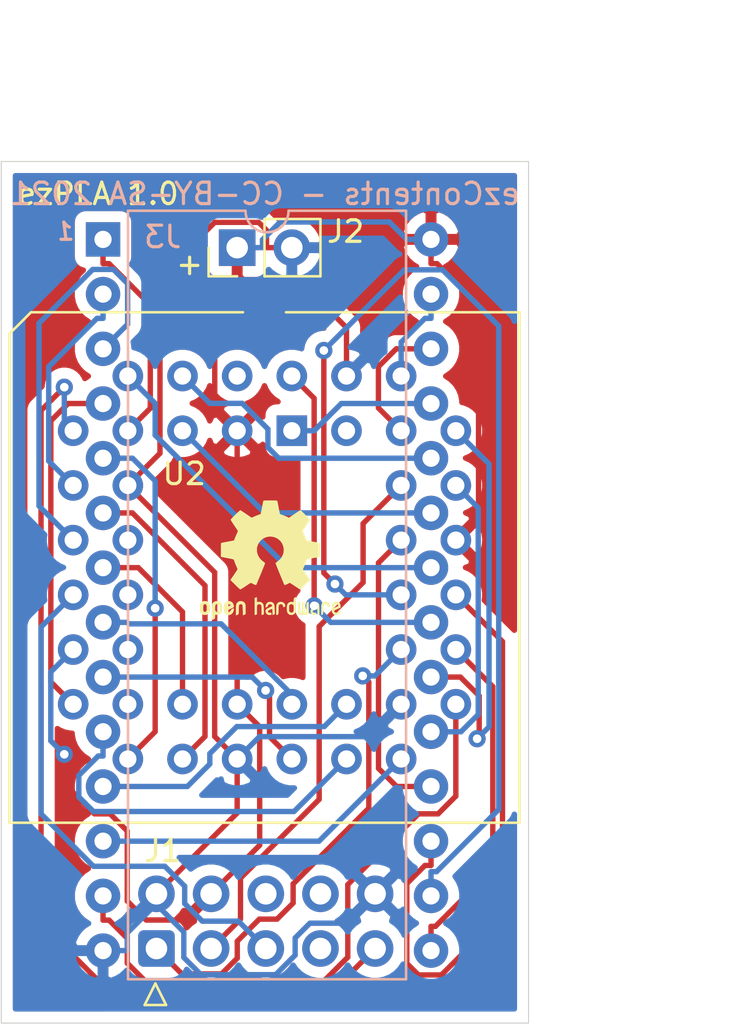
<source format=kicad_pcb>
(kicad_pcb (version 20171130) (host pcbnew "(5.1.8-0-10_14)")

  (general
    (thickness 1.6)
    (drawings 10)
    (tracks 248)
    (zones 0)
    (modules 5)
    (nets 42)
  )

  (page A4)
  (layers
    (0 F.Cu signal)
    (31 B.Cu signal)
    (32 B.Adhes user hide)
    (33 F.Adhes user hide)
    (34 B.Paste user)
    (35 F.Paste user)
    (36 B.SilkS user)
    (37 F.SilkS user)
    (38 B.Mask user)
    (39 F.Mask user)
    (40 Dwgs.User user)
    (41 Cmts.User user hide)
    (42 Eco1.User user hide)
    (43 Eco2.User user hide)
    (44 Edge.Cuts user)
    (45 Margin user hide)
    (46 B.CrtYd user hide)
    (47 F.CrtYd user hide)
    (48 B.Fab user hide)
    (49 F.Fab user hide)
  )

  (setup
    (last_trace_width 0.25)
    (trace_clearance 0.2)
    (zone_clearance 0.508)
    (zone_45_only no)
    (trace_min 0.2)
    (via_size 0.8)
    (via_drill 0.4)
    (via_min_size 0.4)
    (via_min_drill 0.3)
    (uvia_size 0.3)
    (uvia_drill 0.1)
    (uvias_allowed no)
    (uvia_min_size 0.2)
    (uvia_min_drill 0.1)
    (edge_width 0.05)
    (segment_width 0.2)
    (pcb_text_width 0.3)
    (pcb_text_size 1.5 1.5)
    (mod_edge_width 0.12)
    (mod_text_size 1 1)
    (mod_text_width 0.15)
    (pad_size 1.524 1.524)
    (pad_drill 0.762)
    (pad_to_mask_clearance 0)
    (aux_axis_origin 0 0)
    (visible_elements FFFFFF7F)
    (pcbplotparams
      (layerselection 0x010fc_ffffffff)
      (usegerberextensions true)
      (usegerberattributes false)
      (usegerberadvancedattributes false)
      (creategerberjobfile false)
      (excludeedgelayer true)
      (linewidth 0.100000)
      (plotframeref false)
      (viasonmask false)
      (mode 1)
      (useauxorigin false)
      (hpglpennumber 1)
      (hpglpenspeed 20)
      (hpglpendiameter 15.000000)
      (psnegative false)
      (psa4output false)
      (plotreference true)
      (plotvalue true)
      (plotinvisibletext false)
      (padsonsilk false)
      (subtractmaskfromsilk false)
      (outputformat 1)
      (mirror false)
      (drillshape 0)
      (scaleselection 1)
      (outputdirectory "gerbers/"))
  )

  (net 0 "")
  (net 1 "Net-(J1-Pad8)")
  (net 2 "Net-(J1-Pad6)")
  (net 3 "Net-(J1-Pad7)")
  (net 4 "Net-(U2-Pad19)")
  (net 5 "Net-(U2-Pad16)")
  (net 6 "Net-(U2-Pad14)")
  (net 7 "Net-(U2-Pad12)")
  (net 8 "Net-(U2-Pad2)")
  (net 9 "Net-(U2-Pad43)")
  (net 10 GND)
  (net 11 VCC)
  (net 12 TDI)
  (net 13 TMS)
  (net 14 TDO)
  (net 15 TCK)
  (net 16 A12)
  (net 17 GRW)
  (net 18 BA)
  (net 19 IO)
  (net 20 AEC)
  (net 21 ROML)
  (net 22 RW)
  (net 23 ROMH)
  (net 24 EXROM)
  (net 25 CAS)
  (net 26 GAME)
  (net 27 LORAM)
  (net 28 VA13)
  (net 29 HIRAM)
  (net 30 VA12)
  (net 31 CHAREN)
  (net 32 OE)
  (net 33 VA14)
  (net 34 CASRAM)
  (net 35 A15)
  (net 36 BASIC)
  (net 37 A14)
  (net 38 KERNAL)
  (net 39 A13)
  (net 40 CHAROM)
  (net 41 NC1)

  (net_class Default "This is the default net class."
    (clearance 0.2)
    (trace_width 0.25)
    (via_dia 0.8)
    (via_drill 0.4)
    (uvia_dia 0.3)
    (uvia_drill 0.1)
    (add_net A12)
    (add_net A13)
    (add_net A14)
    (add_net A15)
    (add_net AEC)
    (add_net BA)
    (add_net BASIC)
    (add_net CAS)
    (add_net CASRAM)
    (add_net CHAREN)
    (add_net CHAROM)
    (add_net EXROM)
    (add_net GAME)
    (add_net GND)
    (add_net GRW)
    (add_net HIRAM)
    (add_net IO)
    (add_net KERNAL)
    (add_net LORAM)
    (add_net NC1)
    (add_net "Net-(J1-Pad6)")
    (add_net "Net-(J1-Pad7)")
    (add_net "Net-(J1-Pad8)")
    (add_net "Net-(U2-Pad12)")
    (add_net "Net-(U2-Pad14)")
    (add_net "Net-(U2-Pad16)")
    (add_net "Net-(U2-Pad19)")
    (add_net "Net-(U2-Pad2)")
    (add_net "Net-(U2-Pad43)")
    (add_net OE)
    (add_net ROMH)
    (add_net ROML)
    (add_net RW)
    (add_net TCK)
    (add_net TDI)
    (add_net TDO)
    (add_net TMS)
    (add_net VA12)
    (add_net VA13)
    (add_net VA14)
    (add_net VCC)
  )

  (module Symbol:OSHW-Logo2_7.3x6mm_SilkScreen (layer F.Cu) (tedit 0) (tstamp 6101D8A0)
    (at 148 117.5)
    (descr "Open Source Hardware Symbol")
    (tags "Logo Symbol OSHW")
    (attr virtual)
    (fp_text reference REF** (at 0 0) (layer F.SilkS) hide
      (effects (font (size 1 1) (thickness 0.15)))
    )
    (fp_text value OSHW-Logo2_7.3x6mm_SilkScreen (at 0.75 0) (layer F.Fab) hide
      (effects (font (size 1 1) (thickness 0.15)))
    )
    (fp_poly (pts (xy -2.400256 1.919918) (xy -2.344799 1.947568) (xy -2.295852 1.99848) (xy -2.282371 2.017338)
      (xy -2.267686 2.042015) (xy -2.258158 2.068816) (xy -2.252707 2.104587) (xy -2.250253 2.156169)
      (xy -2.249714 2.224267) (xy -2.252148 2.317588) (xy -2.260606 2.387657) (xy -2.276826 2.439931)
      (xy -2.302546 2.479869) (xy -2.339503 2.512929) (xy -2.342218 2.514886) (xy -2.37864 2.534908)
      (xy -2.422498 2.544815) (xy -2.478276 2.547257) (xy -2.568952 2.547257) (xy -2.56899 2.635283)
      (xy -2.569834 2.684308) (xy -2.574976 2.713065) (xy -2.588413 2.730311) (xy -2.614142 2.744808)
      (xy -2.620321 2.747769) (xy -2.649236 2.761648) (xy -2.671624 2.770414) (xy -2.688271 2.771171)
      (xy -2.699964 2.761023) (xy -2.70749 2.737073) (xy -2.711634 2.696426) (xy -2.713185 2.636186)
      (xy -2.712929 2.553455) (xy -2.711651 2.445339) (xy -2.711252 2.413) (xy -2.709815 2.301524)
      (xy -2.708528 2.228603) (xy -2.569029 2.228603) (xy -2.568245 2.290499) (xy -2.56476 2.330997)
      (xy -2.556876 2.357708) (xy -2.542895 2.378244) (xy -2.533403 2.38826) (xy -2.494596 2.417567)
      (xy -2.460237 2.419952) (xy -2.424784 2.39575) (xy -2.423886 2.394857) (xy -2.409461 2.376153)
      (xy -2.400687 2.350732) (xy -2.396261 2.311584) (xy -2.394882 2.251697) (xy -2.394857 2.23843)
      (xy -2.398188 2.155901) (xy -2.409031 2.098691) (xy -2.42866 2.063766) (xy -2.45835 2.048094)
      (xy -2.475509 2.046514) (xy -2.516234 2.053926) (xy -2.544168 2.07833) (xy -2.560983 2.12298)
      (xy -2.56835 2.19113) (xy -2.569029 2.228603) (xy -2.708528 2.228603) (xy -2.708292 2.215245)
      (xy -2.706323 2.150333) (xy -2.70355 2.102958) (xy -2.699612 2.06929) (xy -2.694151 2.045498)
      (xy -2.686808 2.027753) (xy -2.677223 2.012224) (xy -2.673113 2.006381) (xy -2.618595 1.951185)
      (xy -2.549664 1.91989) (xy -2.469928 1.911165) (xy -2.400256 1.919918)) (layer F.SilkS) (width 0.01))
    (fp_poly (pts (xy -1.283907 1.92778) (xy -1.237328 1.954723) (xy -1.204943 1.981466) (xy -1.181258 2.009484)
      (xy -1.164941 2.043748) (xy -1.154661 2.089227) (xy -1.149086 2.150892) (xy -1.146884 2.233711)
      (xy -1.146629 2.293246) (xy -1.146629 2.512391) (xy -1.208314 2.540044) (xy -1.27 2.567697)
      (xy -1.277257 2.32767) (xy -1.280256 2.238028) (xy -1.283402 2.172962) (xy -1.287299 2.128026)
      (xy -1.292553 2.09877) (xy -1.299769 2.080748) (xy -1.30955 2.069511) (xy -1.312688 2.067079)
      (xy -1.360239 2.048083) (xy -1.408303 2.0556) (xy -1.436914 2.075543) (xy -1.448553 2.089675)
      (xy -1.456609 2.10822) (xy -1.461729 2.136334) (xy -1.464559 2.179173) (xy -1.465744 2.241895)
      (xy -1.465943 2.307261) (xy -1.465982 2.389268) (xy -1.467386 2.447316) (xy -1.472086 2.486465)
      (xy -1.482013 2.51178) (xy -1.499097 2.528323) (xy -1.525268 2.541156) (xy -1.560225 2.554491)
      (xy -1.598404 2.569007) (xy -1.593859 2.311389) (xy -1.592029 2.218519) (xy -1.589888 2.149889)
      (xy -1.586819 2.100711) (xy -1.582206 2.066198) (xy -1.575432 2.041562) (xy -1.565881 2.022016)
      (xy -1.554366 2.00477) (xy -1.49881 1.94968) (xy -1.43102 1.917822) (xy -1.357287 1.910191)
      (xy -1.283907 1.92778)) (layer F.SilkS) (width 0.01))
    (fp_poly (pts (xy -2.958885 1.921962) (xy -2.890855 1.957733) (xy -2.840649 2.015301) (xy -2.822815 2.052312)
      (xy -2.808937 2.107882) (xy -2.801833 2.178096) (xy -2.80116 2.254727) (xy -2.806573 2.329552)
      (xy -2.81773 2.394342) (xy -2.834286 2.440873) (xy -2.839374 2.448887) (xy -2.899645 2.508707)
      (xy -2.971231 2.544535) (xy -3.048908 2.55502) (xy -3.127452 2.53881) (xy -3.149311 2.529092)
      (xy -3.191878 2.499143) (xy -3.229237 2.459433) (xy -3.232768 2.454397) (xy -3.247119 2.430124)
      (xy -3.256606 2.404178) (xy -3.26221 2.370022) (xy -3.264914 2.321119) (xy -3.265701 2.250935)
      (xy -3.265714 2.2352) (xy -3.265678 2.230192) (xy -3.120571 2.230192) (xy -3.119727 2.29643)
      (xy -3.116404 2.340386) (xy -3.109417 2.368779) (xy -3.097584 2.388325) (xy -3.091543 2.394857)
      (xy -3.056814 2.41968) (xy -3.023097 2.418548) (xy -2.989005 2.397016) (xy -2.968671 2.374029)
      (xy -2.956629 2.340478) (xy -2.949866 2.287569) (xy -2.949402 2.281399) (xy -2.948248 2.185513)
      (xy -2.960312 2.114299) (xy -2.98543 2.068194) (xy -3.02344 2.047635) (xy -3.037008 2.046514)
      (xy -3.072636 2.052152) (xy -3.097006 2.071686) (xy -3.111907 2.109042) (xy -3.119125 2.16815)
      (xy -3.120571 2.230192) (xy -3.265678 2.230192) (xy -3.265174 2.160413) (xy -3.262904 2.108159)
      (xy -3.257932 2.071949) (xy -3.249287 2.045299) (xy -3.235995 2.021722) (xy -3.233057 2.017338)
      (xy -3.183687 1.958249) (xy -3.129891 1.923947) (xy -3.064398 1.910331) (xy -3.042158 1.909665)
      (xy -2.958885 1.921962)) (layer F.SilkS) (width 0.01))
    (fp_poly (pts (xy -1.831697 1.931239) (xy -1.774473 1.969735) (xy -1.730251 2.025335) (xy -1.703833 2.096086)
      (xy -1.69849 2.148162) (xy -1.699097 2.169893) (xy -1.704178 2.186531) (xy -1.718145 2.201437)
      (xy -1.745411 2.217973) (xy -1.790388 2.239498) (xy -1.857489 2.269374) (xy -1.857829 2.269524)
      (xy -1.919593 2.297813) (xy -1.970241 2.322933) (xy -2.004596 2.342179) (xy -2.017482 2.352848)
      (xy -2.017486 2.352934) (xy -2.006128 2.376166) (xy -1.979569 2.401774) (xy -1.949077 2.420221)
      (xy -1.93363 2.423886) (xy -1.891485 2.411212) (xy -1.855192 2.379471) (xy -1.837483 2.344572)
      (xy -1.820448 2.318845) (xy -1.787078 2.289546) (xy -1.747851 2.264235) (xy -1.713244 2.250471)
      (xy -1.706007 2.249714) (xy -1.697861 2.26216) (xy -1.69737 2.293972) (xy -1.703357 2.336866)
      (xy -1.714643 2.382558) (xy -1.73005 2.422761) (xy -1.730829 2.424322) (xy -1.777196 2.489062)
      (xy -1.837289 2.533097) (xy -1.905535 2.554711) (xy -1.976362 2.552185) (xy -2.044196 2.523804)
      (xy -2.047212 2.521808) (xy -2.100573 2.473448) (xy -2.13566 2.410352) (xy -2.155078 2.327387)
      (xy -2.157684 2.304078) (xy -2.162299 2.194055) (xy -2.156767 2.142748) (xy -2.017486 2.142748)
      (xy -2.015676 2.174753) (xy -2.005778 2.184093) (xy -1.981102 2.177105) (xy -1.942205 2.160587)
      (xy -1.898725 2.139881) (xy -1.897644 2.139333) (xy -1.860791 2.119949) (xy -1.846 2.107013)
      (xy -1.849647 2.093451) (xy -1.865005 2.075632) (xy -1.904077 2.049845) (xy -1.946154 2.04795)
      (xy -1.983897 2.066717) (xy -2.009966 2.102915) (xy -2.017486 2.142748) (xy -2.156767 2.142748)
      (xy -2.152806 2.106027) (xy -2.12845 2.036212) (xy -2.094544 1.987302) (xy -2.033347 1.937878)
      (xy -1.965937 1.913359) (xy -1.89712 1.911797) (xy -1.831697 1.931239)) (layer F.SilkS) (width 0.01))
    (fp_poly (pts (xy -0.624114 1.851289) (xy -0.619861 1.910613) (xy -0.614975 1.945572) (xy -0.608205 1.96082)
      (xy -0.598298 1.961015) (xy -0.595086 1.959195) (xy -0.552356 1.946015) (xy -0.496773 1.946785)
      (xy -0.440263 1.960333) (xy -0.404918 1.977861) (xy -0.368679 2.005861) (xy -0.342187 2.037549)
      (xy -0.324001 2.077813) (xy -0.312678 2.131543) (xy -0.306778 2.203626) (xy -0.304857 2.298951)
      (xy -0.304823 2.317237) (xy -0.3048 2.522646) (xy -0.350509 2.53858) (xy -0.382973 2.54942)
      (xy -0.400785 2.554468) (xy -0.401309 2.554514) (xy -0.403063 2.540828) (xy -0.404556 2.503076)
      (xy -0.405674 2.446224) (xy -0.406303 2.375234) (xy -0.4064 2.332073) (xy -0.406602 2.246973)
      (xy -0.407642 2.185981) (xy -0.410169 2.144177) (xy -0.414836 2.116642) (xy -0.422293 2.098456)
      (xy -0.433189 2.084698) (xy -0.439993 2.078073) (xy -0.486728 2.051375) (xy -0.537728 2.049375)
      (xy -0.583999 2.071955) (xy -0.592556 2.080107) (xy -0.605107 2.095436) (xy -0.613812 2.113618)
      (xy -0.619369 2.139909) (xy -0.622474 2.179562) (xy -0.623824 2.237832) (xy -0.624114 2.318173)
      (xy -0.624114 2.522646) (xy -0.669823 2.53858) (xy -0.702287 2.54942) (xy -0.720099 2.554468)
      (xy -0.720623 2.554514) (xy -0.721963 2.540623) (xy -0.723172 2.501439) (xy -0.724199 2.4407)
      (xy -0.724998 2.362141) (xy -0.725519 2.269498) (xy -0.725714 2.166509) (xy -0.725714 1.769342)
      (xy -0.678543 1.749444) (xy -0.631371 1.729547) (xy -0.624114 1.851289)) (layer F.SilkS) (width 0.01))
    (fp_poly (pts (xy 0.039744 1.950968) (xy 0.096616 1.972087) (xy 0.097267 1.972493) (xy 0.13244 1.99838)
      (xy 0.158407 2.028633) (xy 0.17667 2.068058) (xy 0.188732 2.121462) (xy 0.196096 2.193651)
      (xy 0.200264 2.289432) (xy 0.200629 2.303078) (xy 0.205876 2.508842) (xy 0.161716 2.531678)
      (xy 0.129763 2.54711) (xy 0.11047 2.554423) (xy 0.109578 2.554514) (xy 0.106239 2.541022)
      (xy 0.103587 2.504626) (xy 0.101956 2.451452) (xy 0.1016 2.408393) (xy 0.101592 2.338641)
      (xy 0.098403 2.294837) (xy 0.087288 2.273944) (xy 0.063501 2.272925) (xy 0.022296 2.288741)
      (xy -0.039914 2.317815) (xy -0.085659 2.341963) (xy -0.109187 2.362913) (xy -0.116104 2.385747)
      (xy -0.116114 2.386877) (xy -0.104701 2.426212) (xy -0.070908 2.447462) (xy -0.019191 2.450539)
      (xy 0.018061 2.450006) (xy 0.037703 2.460735) (xy 0.049952 2.486505) (xy 0.057002 2.519337)
      (xy 0.046842 2.537966) (xy 0.043017 2.540632) (xy 0.007001 2.55134) (xy -0.043434 2.552856)
      (xy -0.095374 2.545759) (xy -0.132178 2.532788) (xy -0.183062 2.489585) (xy -0.211986 2.429446)
      (xy -0.217714 2.382462) (xy -0.213343 2.340082) (xy -0.197525 2.305488) (xy -0.166203 2.274763)
      (xy -0.115322 2.24399) (xy -0.040824 2.209252) (xy -0.036286 2.207288) (xy 0.030821 2.176287)
      (xy 0.072232 2.150862) (xy 0.089981 2.128014) (xy 0.086107 2.104745) (xy 0.062643 2.078056)
      (xy 0.055627 2.071914) (xy 0.00863 2.0481) (xy -0.040067 2.049103) (xy -0.082478 2.072451)
      (xy -0.110616 2.115675) (xy -0.113231 2.12416) (xy -0.138692 2.165308) (xy -0.170999 2.185128)
      (xy -0.217714 2.20477) (xy -0.217714 2.15395) (xy -0.203504 2.080082) (xy -0.161325 2.012327)
      (xy -0.139376 1.989661) (xy -0.089483 1.960569) (xy -0.026033 1.9474) (xy 0.039744 1.950968)) (layer F.SilkS) (width 0.01))
    (fp_poly (pts (xy 0.529926 1.949755) (xy 0.595858 1.974084) (xy 0.649273 2.017117) (xy 0.670164 2.047409)
      (xy 0.692939 2.102994) (xy 0.692466 2.143186) (xy 0.668562 2.170217) (xy 0.659717 2.174813)
      (xy 0.62153 2.189144) (xy 0.602028 2.185472) (xy 0.595422 2.161407) (xy 0.595086 2.148114)
      (xy 0.582992 2.09921) (xy 0.551471 2.064999) (xy 0.507659 2.048476) (xy 0.458695 2.052634)
      (xy 0.418894 2.074227) (xy 0.40545 2.086544) (xy 0.395921 2.101487) (xy 0.389485 2.124075)
      (xy 0.385317 2.159328) (xy 0.382597 2.212266) (xy 0.380502 2.287907) (xy 0.37996 2.311857)
      (xy 0.377981 2.39379) (xy 0.375731 2.451455) (xy 0.372357 2.489608) (xy 0.367006 2.513004)
      (xy 0.358824 2.526398) (xy 0.346959 2.534545) (xy 0.339362 2.538144) (xy 0.307102 2.550452)
      (xy 0.288111 2.554514) (xy 0.281836 2.540948) (xy 0.278006 2.499934) (xy 0.2766 2.430999)
      (xy 0.277598 2.333669) (xy 0.277908 2.318657) (xy 0.280101 2.229859) (xy 0.282693 2.165019)
      (xy 0.286382 2.119067) (xy 0.291864 2.086935) (xy 0.299835 2.063553) (xy 0.310993 2.043852)
      (xy 0.31683 2.03541) (xy 0.350296 1.998057) (xy 0.387727 1.969003) (xy 0.392309 1.966467)
      (xy 0.459426 1.946443) (xy 0.529926 1.949755)) (layer F.SilkS) (width 0.01))
    (fp_poly (pts (xy 1.190117 2.065358) (xy 1.189933 2.173837) (xy 1.189219 2.257287) (xy 1.187675 2.319704)
      (xy 1.185001 2.365085) (xy 1.180894 2.397429) (xy 1.175055 2.420733) (xy 1.167182 2.438995)
      (xy 1.161221 2.449418) (xy 1.111855 2.505945) (xy 1.049264 2.541377) (xy 0.980013 2.55409)
      (xy 0.910668 2.542463) (xy 0.869375 2.521568) (xy 0.826025 2.485422) (xy 0.796481 2.441276)
      (xy 0.778655 2.383462) (xy 0.770463 2.306313) (xy 0.769302 2.249714) (xy 0.769458 2.245647)
      (xy 0.870857 2.245647) (xy 0.871476 2.31055) (xy 0.874314 2.353514) (xy 0.88084 2.381622)
      (xy 0.892523 2.401953) (xy 0.906483 2.417288) (xy 0.953365 2.44689) (xy 1.003701 2.449419)
      (xy 1.051276 2.424705) (xy 1.054979 2.421356) (xy 1.070783 2.403935) (xy 1.080693 2.383209)
      (xy 1.086058 2.352362) (xy 1.088228 2.304577) (xy 1.088571 2.251748) (xy 1.087827 2.185381)
      (xy 1.084748 2.141106) (xy 1.078061 2.112009) (xy 1.066496 2.091173) (xy 1.057013 2.080107)
      (xy 1.01296 2.052198) (xy 0.962224 2.048843) (xy 0.913796 2.070159) (xy 0.90445 2.078073)
      (xy 0.88854 2.095647) (xy 0.87861 2.116587) (xy 0.873278 2.147782) (xy 0.871163 2.196122)
      (xy 0.870857 2.245647) (xy 0.769458 2.245647) (xy 0.77281 2.158568) (xy 0.784726 2.090086)
      (xy 0.807135 2.0386) (xy 0.842124 1.998443) (xy 0.869375 1.977861) (xy 0.918907 1.955625)
      (xy 0.976316 1.945304) (xy 1.029682 1.948067) (xy 1.059543 1.959212) (xy 1.071261 1.962383)
      (xy 1.079037 1.950557) (xy 1.084465 1.918866) (xy 1.088571 1.870593) (xy 1.093067 1.816829)
      (xy 1.099313 1.784482) (xy 1.110676 1.765985) (xy 1.130528 1.75377) (xy 1.143 1.748362)
      (xy 1.190171 1.728601) (xy 1.190117 2.065358)) (layer F.SilkS) (width 0.01))
    (fp_poly (pts (xy 1.779833 1.958663) (xy 1.782048 1.99685) (xy 1.783784 2.054886) (xy 1.784899 2.12818)
      (xy 1.785257 2.205055) (xy 1.785257 2.465196) (xy 1.739326 2.511127) (xy 1.707675 2.539429)
      (xy 1.67989 2.550893) (xy 1.641915 2.550168) (xy 1.62684 2.548321) (xy 1.579726 2.542948)
      (xy 1.540756 2.539869) (xy 1.531257 2.539585) (xy 1.499233 2.541445) (xy 1.453432 2.546114)
      (xy 1.435674 2.548321) (xy 1.392057 2.551735) (xy 1.362745 2.54432) (xy 1.33368 2.521427)
      (xy 1.323188 2.511127) (xy 1.277257 2.465196) (xy 1.277257 1.978602) (xy 1.314226 1.961758)
      (xy 1.346059 1.949282) (xy 1.364683 1.944914) (xy 1.369458 1.958718) (xy 1.373921 1.997286)
      (xy 1.377775 2.056356) (xy 1.380722 2.131663) (xy 1.382143 2.195286) (xy 1.386114 2.445657)
      (xy 1.420759 2.450556) (xy 1.452268 2.447131) (xy 1.467708 2.436041) (xy 1.472023 2.415308)
      (xy 1.475708 2.371145) (xy 1.478469 2.309146) (xy 1.480012 2.234909) (xy 1.480235 2.196706)
      (xy 1.480457 1.976783) (xy 1.526166 1.960849) (xy 1.558518 1.950015) (xy 1.576115 1.944962)
      (xy 1.576623 1.944914) (xy 1.578388 1.958648) (xy 1.580329 1.99673) (xy 1.582282 2.054482)
      (xy 1.584084 2.127227) (xy 1.585343 2.195286) (xy 1.589314 2.445657) (xy 1.6764 2.445657)
      (xy 1.680396 2.21724) (xy 1.684392 1.988822) (xy 1.726847 1.966868) (xy 1.758192 1.951793)
      (xy 1.776744 1.944951) (xy 1.777279 1.944914) (xy 1.779833 1.958663)) (layer F.SilkS) (width 0.01))
    (fp_poly (pts (xy 2.144876 1.956335) (xy 2.186667 1.975344) (xy 2.219469 1.998378) (xy 2.243503 2.024133)
      (xy 2.260097 2.057358) (xy 2.270577 2.1028) (xy 2.276271 2.165207) (xy 2.278507 2.249327)
      (xy 2.278743 2.304721) (xy 2.278743 2.520826) (xy 2.241774 2.53767) (xy 2.212656 2.549981)
      (xy 2.198231 2.554514) (xy 2.195472 2.541025) (xy 2.193282 2.504653) (xy 2.191942 2.451542)
      (xy 2.191657 2.409372) (xy 2.190434 2.348447) (xy 2.187136 2.300115) (xy 2.182321 2.270518)
      (xy 2.178496 2.264229) (xy 2.152783 2.270652) (xy 2.112418 2.287125) (xy 2.065679 2.309458)
      (xy 2.020845 2.333457) (xy 1.986193 2.35493) (xy 1.970002 2.369685) (xy 1.969938 2.369845)
      (xy 1.97133 2.397152) (xy 1.983818 2.423219) (xy 2.005743 2.444392) (xy 2.037743 2.451474)
      (xy 2.065092 2.450649) (xy 2.103826 2.450042) (xy 2.124158 2.459116) (xy 2.136369 2.483092)
      (xy 2.137909 2.487613) (xy 2.143203 2.521806) (xy 2.129047 2.542568) (xy 2.092148 2.552462)
      (xy 2.052289 2.554292) (xy 1.980562 2.540727) (xy 1.943432 2.521355) (xy 1.897576 2.475845)
      (xy 1.873256 2.419983) (xy 1.871073 2.360957) (xy 1.891629 2.305953) (xy 1.922549 2.271486)
      (xy 1.95342 2.252189) (xy 2.001942 2.227759) (xy 2.058485 2.202985) (xy 2.06791 2.199199)
      (xy 2.130019 2.171791) (xy 2.165822 2.147634) (xy 2.177337 2.123619) (xy 2.16658 2.096635)
      (xy 2.148114 2.075543) (xy 2.104469 2.049572) (xy 2.056446 2.047624) (xy 2.012406 2.067637)
      (xy 1.980709 2.107551) (xy 1.976549 2.117848) (xy 1.952327 2.155724) (xy 1.916965 2.183842)
      (xy 1.872343 2.206917) (xy 1.872343 2.141485) (xy 1.874969 2.101506) (xy 1.88623 2.069997)
      (xy 1.911199 2.036378) (xy 1.935169 2.010484) (xy 1.972441 1.973817) (xy 2.001401 1.954121)
      (xy 2.032505 1.94622) (xy 2.067713 1.944914) (xy 2.144876 1.956335)) (layer F.SilkS) (width 0.01))
    (fp_poly (pts (xy 2.6526 1.958752) (xy 2.669948 1.966334) (xy 2.711356 1.999128) (xy 2.746765 2.046547)
      (xy 2.768664 2.097151) (xy 2.772229 2.122098) (xy 2.760279 2.156927) (xy 2.734067 2.175357)
      (xy 2.705964 2.186516) (xy 2.693095 2.188572) (xy 2.686829 2.173649) (xy 2.674456 2.141175)
      (xy 2.669028 2.126502) (xy 2.63859 2.075744) (xy 2.59452 2.050427) (xy 2.53801 2.051206)
      (xy 2.533825 2.052203) (xy 2.503655 2.066507) (xy 2.481476 2.094393) (xy 2.466327 2.139287)
      (xy 2.45725 2.204615) (xy 2.453286 2.293804) (xy 2.452914 2.341261) (xy 2.45273 2.416071)
      (xy 2.451522 2.467069) (xy 2.448309 2.499471) (xy 2.442109 2.518495) (xy 2.43194 2.529356)
      (xy 2.416819 2.537272) (xy 2.415946 2.53767) (xy 2.386828 2.549981) (xy 2.372403 2.554514)
      (xy 2.370186 2.540809) (xy 2.368289 2.502925) (xy 2.366847 2.445715) (xy 2.365998 2.374027)
      (xy 2.365829 2.321565) (xy 2.366692 2.220047) (xy 2.37007 2.143032) (xy 2.377142 2.086023)
      (xy 2.389088 2.044526) (xy 2.40709 2.014043) (xy 2.432327 1.99008) (xy 2.457247 1.973355)
      (xy 2.517171 1.951097) (xy 2.586911 1.946076) (xy 2.6526 1.958752)) (layer F.SilkS) (width 0.01))
    (fp_poly (pts (xy 3.153595 1.966966) (xy 3.211021 2.004497) (xy 3.238719 2.038096) (xy 3.260662 2.099064)
      (xy 3.262405 2.147308) (xy 3.258457 2.211816) (xy 3.109686 2.276934) (xy 3.037349 2.310202)
      (xy 2.990084 2.336964) (xy 2.965507 2.360144) (xy 2.961237 2.382667) (xy 2.974889 2.407455)
      (xy 2.989943 2.423886) (xy 3.033746 2.450235) (xy 3.081389 2.452081) (xy 3.125145 2.431546)
      (xy 3.157289 2.390752) (xy 3.163038 2.376347) (xy 3.190576 2.331356) (xy 3.222258 2.312182)
      (xy 3.265714 2.295779) (xy 3.265714 2.357966) (xy 3.261872 2.400283) (xy 3.246823 2.435969)
      (xy 3.21528 2.476943) (xy 3.210592 2.482267) (xy 3.175506 2.51872) (xy 3.145347 2.538283)
      (xy 3.107615 2.547283) (xy 3.076335 2.55023) (xy 3.020385 2.550965) (xy 2.980555 2.54166)
      (xy 2.955708 2.527846) (xy 2.916656 2.497467) (xy 2.889625 2.464613) (xy 2.872517 2.423294)
      (xy 2.863238 2.367521) (xy 2.859693 2.291305) (xy 2.85941 2.252622) (xy 2.860372 2.206247)
      (xy 2.948007 2.206247) (xy 2.949023 2.231126) (xy 2.951556 2.2352) (xy 2.968274 2.229665)
      (xy 3.004249 2.215017) (xy 3.052331 2.19419) (xy 3.062386 2.189714) (xy 3.123152 2.158814)
      (xy 3.156632 2.131657) (xy 3.16399 2.10622) (xy 3.146391 2.080481) (xy 3.131856 2.069109)
      (xy 3.07941 2.046364) (xy 3.030322 2.050122) (xy 2.989227 2.077884) (xy 2.960758 2.127152)
      (xy 2.951631 2.166257) (xy 2.948007 2.206247) (xy 2.860372 2.206247) (xy 2.861285 2.162249)
      (xy 2.868196 2.095384) (xy 2.881884 2.046695) (xy 2.904096 2.010849) (xy 2.936574 1.982513)
      (xy 2.950733 1.973355) (xy 3.015053 1.949507) (xy 3.085473 1.948006) (xy 3.153595 1.966966)) (layer F.SilkS) (width 0.01))
    (fp_poly (pts (xy 0.10391 -2.757652) (xy 0.182454 -2.757222) (xy 0.239298 -2.756058) (xy 0.278105 -2.753793)
      (xy 0.302538 -2.75006) (xy 0.316262 -2.744494) (xy 0.32294 -2.736727) (xy 0.326236 -2.726395)
      (xy 0.326556 -2.725057) (xy 0.331562 -2.700921) (xy 0.340829 -2.653299) (xy 0.353392 -2.587259)
      (xy 0.368287 -2.507872) (xy 0.384551 -2.420204) (xy 0.385119 -2.417125) (xy 0.40141 -2.331211)
      (xy 0.416652 -2.255304) (xy 0.429861 -2.193955) (xy 0.440054 -2.151718) (xy 0.446248 -2.133145)
      (xy 0.446543 -2.132816) (xy 0.464788 -2.123747) (xy 0.502405 -2.108633) (xy 0.551271 -2.090738)
      (xy 0.551543 -2.090642) (xy 0.613093 -2.067507) (xy 0.685657 -2.038035) (xy 0.754057 -2.008403)
      (xy 0.757294 -2.006938) (xy 0.868702 -1.956374) (xy 1.115399 -2.12484) (xy 1.191077 -2.176197)
      (xy 1.259631 -2.222111) (xy 1.317088 -2.25997) (xy 1.359476 -2.287163) (xy 1.382825 -2.301079)
      (xy 1.385042 -2.302111) (xy 1.40201 -2.297516) (xy 1.433701 -2.275345) (xy 1.481352 -2.234553)
      (xy 1.546198 -2.174095) (xy 1.612397 -2.109773) (xy 1.676214 -2.046388) (xy 1.733329 -1.988549)
      (xy 1.780305 -1.939825) (xy 1.813703 -1.90379) (xy 1.830085 -1.884016) (xy 1.830694 -1.882998)
      (xy 1.832505 -1.869428) (xy 1.825683 -1.847267) (xy 1.80854 -1.813522) (xy 1.779393 -1.7652)
      (xy 1.736555 -1.699308) (xy 1.679448 -1.614483) (xy 1.628766 -1.539823) (xy 1.583461 -1.47286)
      (xy 1.54615 -1.417484) (xy 1.519452 -1.37758) (xy 1.505985 -1.357038) (xy 1.505137 -1.355644)
      (xy 1.506781 -1.335962) (xy 1.519245 -1.297707) (xy 1.540048 -1.248111) (xy 1.547462 -1.232272)
      (xy 1.579814 -1.16171) (xy 1.614328 -1.081647) (xy 1.642365 -1.012371) (xy 1.662568 -0.960955)
      (xy 1.678615 -0.921881) (xy 1.687888 -0.901459) (xy 1.689041 -0.899886) (xy 1.706096 -0.897279)
      (xy 1.746298 -0.890137) (xy 1.804302 -0.879477) (xy 1.874763 -0.866315) (xy 1.952335 -0.851667)
      (xy 2.031672 -0.836551) (xy 2.107431 -0.821982) (xy 2.174264 -0.808978) (xy 2.226828 -0.798555)
      (xy 2.259776 -0.79173) (xy 2.267857 -0.789801) (xy 2.276205 -0.785038) (xy 2.282506 -0.774282)
      (xy 2.287045 -0.753902) (xy 2.290104 -0.720266) (xy 2.291967 -0.669745) (xy 2.292918 -0.598708)
      (xy 2.29324 -0.503524) (xy 2.293257 -0.464508) (xy 2.293257 -0.147201) (xy 2.217057 -0.132161)
      (xy 2.174663 -0.124005) (xy 2.1114 -0.112101) (xy 2.034962 -0.097884) (xy 1.953043 -0.08279)
      (xy 1.9304 -0.078645) (xy 1.854806 -0.063947) (xy 1.788953 -0.049495) (xy 1.738366 -0.036625)
      (xy 1.708574 -0.026678) (xy 1.703612 -0.023713) (xy 1.691426 -0.002717) (xy 1.673953 0.037967)
      (xy 1.654577 0.090322) (xy 1.650734 0.1016) (xy 1.625339 0.171523) (xy 1.593817 0.250418)
      (xy 1.562969 0.321266) (xy 1.562817 0.321595) (xy 1.511447 0.432733) (xy 1.680399 0.681253)
      (xy 1.849352 0.929772) (xy 1.632429 1.147058) (xy 1.566819 1.211726) (xy 1.506979 1.268733)
      (xy 1.456267 1.315033) (xy 1.418046 1.347584) (xy 1.395675 1.363343) (xy 1.392466 1.364343)
      (xy 1.373626 1.356469) (xy 1.33518 1.334578) (xy 1.28133 1.301267) (xy 1.216276 1.259131)
      (xy 1.14594 1.211943) (xy 1.074555 1.16381) (xy 1.010908 1.121928) (xy 0.959041 1.088871)
      (xy 0.922995 1.067218) (xy 0.906867 1.059543) (xy 0.887189 1.066037) (xy 0.849875 1.08315)
      (xy 0.802621 1.107326) (xy 0.797612 1.110013) (xy 0.733977 1.141927) (xy 0.690341 1.157579)
      (xy 0.663202 1.157745) (xy 0.649057 1.143204) (xy 0.648975 1.143) (xy 0.641905 1.125779)
      (xy 0.625042 1.084899) (xy 0.599695 1.023525) (xy 0.567171 0.944819) (xy 0.528778 0.851947)
      (xy 0.485822 0.748072) (xy 0.444222 0.647502) (xy 0.398504 0.536516) (xy 0.356526 0.433703)
      (xy 0.319548 0.342215) (xy 0.288827 0.265201) (xy 0.265622 0.205815) (xy 0.25119 0.167209)
      (xy 0.246743 0.1528) (xy 0.257896 0.136272) (xy 0.287069 0.10993) (xy 0.325971 0.080887)
      (xy 0.436757 -0.010961) (xy 0.523351 -0.116241) (xy 0.584716 -0.232734) (xy 0.619815 -0.358224)
      (xy 0.627608 -0.490493) (xy 0.621943 -0.551543) (xy 0.591078 -0.678205) (xy 0.53792 -0.790059)
      (xy 0.465767 -0.885999) (xy 0.377917 -0.964924) (xy 0.277665 -1.02573) (xy 0.16831 -1.067313)
      (xy 0.053147 -1.088572) (xy -0.064525 -1.088401) (xy -0.18141 -1.065699) (xy -0.294211 -1.019362)
      (xy -0.399631 -0.948287) (xy -0.443632 -0.908089) (xy -0.528021 -0.804871) (xy -0.586778 -0.692075)
      (xy -0.620296 -0.57299) (xy -0.628965 -0.450905) (xy -0.613177 -0.329107) (xy -0.573322 -0.210884)
      (xy -0.509793 -0.099525) (xy -0.422979 0.001684) (xy -0.325971 0.080887) (xy -0.285563 0.111162)
      (xy -0.257018 0.137219) (xy -0.246743 0.152825) (xy -0.252123 0.169843) (xy -0.267425 0.2105)
      (xy -0.291388 0.271642) (xy -0.322756 0.350119) (xy -0.360268 0.44278) (xy -0.402667 0.546472)
      (xy -0.444337 0.647526) (xy -0.49031 0.758607) (xy -0.532893 0.861541) (xy -0.570779 0.953165)
      (xy -0.60266 1.030316) (xy -0.627229 1.089831) (xy -0.64318 1.128544) (xy -0.64909 1.143)
      (xy -0.663052 1.157685) (xy -0.69006 1.157642) (xy -0.733587 1.142099) (xy -0.79711 1.110284)
      (xy -0.797612 1.110013) (xy -0.84544 1.085323) (xy -0.884103 1.067338) (xy -0.905905 1.059614)
      (xy -0.906867 1.059543) (xy -0.923279 1.067378) (xy -0.959513 1.089165) (xy -1.011526 1.122328)
      (xy -1.075275 1.164291) (xy -1.14594 1.211943) (xy -1.217884 1.260191) (xy -1.282726 1.302151)
      (xy -1.336265 1.335227) (xy -1.374303 1.356821) (xy -1.392467 1.364343) (xy -1.409192 1.354457)
      (xy -1.44282 1.326826) (xy -1.48999 1.284495) (xy -1.547342 1.230505) (xy -1.611516 1.167899)
      (xy -1.632503 1.146983) (xy -1.849501 0.929623) (xy -1.684332 0.68722) (xy -1.634136 0.612781)
      (xy -1.590081 0.545972) (xy -1.554638 0.490665) (xy -1.530281 0.450729) (xy -1.519478 0.430036)
      (xy -1.519162 0.428563) (xy -1.524857 0.409058) (xy -1.540174 0.369822) (xy -1.562463 0.31743)
      (xy -1.578107 0.282355) (xy -1.607359 0.215201) (xy -1.634906 0.147358) (xy -1.656263 0.090034)
      (xy -1.662065 0.072572) (xy -1.678548 0.025938) (xy -1.69466 -0.010095) (xy -1.70351 -0.023713)
      (xy -1.72304 -0.032048) (xy -1.765666 -0.043863) (xy -1.825855 -0.057819) (xy -1.898078 -0.072578)
      (xy -1.9304 -0.078645) (xy -2.012478 -0.093727) (xy -2.091205 -0.108331) (xy -2.158891 -0.12102)
      (xy -2.20784 -0.130358) (xy -2.217057 -0.132161) (xy -2.293257 -0.147201) (xy -2.293257 -0.464508)
      (xy -2.293086 -0.568846) (xy -2.292384 -0.647787) (xy -2.290866 -0.704962) (xy -2.288251 -0.744001)
      (xy -2.284254 -0.768535) (xy -2.278591 -0.782195) (xy -2.27098 -0.788611) (xy -2.267857 -0.789801)
      (xy -2.249022 -0.79402) (xy -2.207412 -0.802438) (xy -2.14837 -0.814039) (xy -2.077243 -0.827805)
      (xy -1.999375 -0.84272) (xy -1.920113 -0.857768) (xy -1.844802 -0.871931) (xy -1.778787 -0.884194)
      (xy -1.727413 -0.893539) (xy -1.696025 -0.89895) (xy -1.689041 -0.899886) (xy -1.682715 -0.912404)
      (xy -1.66871 -0.945754) (xy -1.649645 -0.993623) (xy -1.642366 -1.012371) (xy -1.613004 -1.084805)
      (xy -1.578429 -1.16483) (xy -1.547463 -1.232272) (xy -1.524677 -1.283841) (xy -1.509518 -1.326215)
      (xy -1.504458 -1.352166) (xy -1.505264 -1.355644) (xy -1.515959 -1.372064) (xy -1.54038 -1.408583)
      (xy -1.575905 -1.461313) (xy -1.619913 -1.526365) (xy -1.669783 -1.599849) (xy -1.679644 -1.614355)
      (xy -1.737508 -1.700296) (xy -1.780044 -1.765739) (xy -1.808946 -1.813696) (xy -1.82591 -1.84718)
      (xy -1.832633 -1.869205) (xy -1.83081 -1.882783) (xy -1.830764 -1.882869) (xy -1.816414 -1.900703)
      (xy -1.784677 -1.935183) (xy -1.73899 -1.982732) (xy -1.682796 -2.039778) (xy -1.619532 -2.102745)
      (xy -1.612398 -2.109773) (xy -1.53267 -2.18698) (xy -1.471143 -2.24367) (xy -1.426579 -2.28089)
      (xy -1.397743 -2.299685) (xy -1.385042 -2.302111) (xy -1.366506 -2.291529) (xy -1.328039 -2.267084)
      (xy -1.273614 -2.231388) (xy -1.207202 -2.187053) (xy -1.132775 -2.136689) (xy -1.115399 -2.12484)
      (xy -0.868703 -1.956374) (xy -0.757294 -2.006938) (xy -0.689543 -2.036405) (xy -0.616817 -2.066041)
      (xy -0.554297 -2.08967) (xy -0.551543 -2.090642) (xy -0.50264 -2.108543) (xy -0.464943 -2.12368)
      (xy -0.446575 -2.13279) (xy -0.446544 -2.132816) (xy -0.440715 -2.149283) (xy -0.430808 -2.189781)
      (xy -0.417805 -2.249758) (xy -0.402691 -2.32466) (xy -0.386448 -2.409936) (xy -0.385119 -2.417125)
      (xy -0.368825 -2.504986) (xy -0.353867 -2.58474) (xy -0.341209 -2.651319) (xy -0.331814 -2.699653)
      (xy -0.326646 -2.724675) (xy -0.326556 -2.725057) (xy -0.323411 -2.735701) (xy -0.317296 -2.743738)
      (xy -0.304547 -2.749533) (xy -0.2815 -2.753453) (xy -0.244491 -2.755865) (xy -0.189856 -2.757135)
      (xy -0.113933 -2.757629) (xy -0.013056 -2.757714) (xy 0 -2.757714) (xy 0.10391 -2.757652)) (layer F.SilkS) (width 0.01))
  )

  (module C64_PLA:IDC-Header_2x05_P2.54mm_Custom (layer F.Cu) (tedit 6101A171) (tstamp 6101BAB4)
    (at 142.71 135.54 90)
    (descr "Through hole IDC box header, 2x05, 2.54mm pitch, DIN 41651 / IEC 60603-13, double rows, https://docs.google.com/spreadsheets/d/16SsEcesNF15N3Lb4niX7dcUr-NY5_MFPQhobNuNppn4/edit#gid=0")
    (tags "Through hole vertical IDC box header THT 2x05 2.54mm double row")
    (path /6101EA6B)
    (fp_text reference J1 (at 4.54 0.29 180) (layer F.SilkS)
      (effects (font (size 1 1) (thickness 0.15)))
    )
    (fp_text value JTAG-10 (at 1.3208 12.5476 90) (layer F.Fab)
      (effects (font (size 1 1) (thickness 0.15)))
    )
    (fp_text user %R (at 1.27 5.08 180) (layer F.Fab)
      (effects (font (size 1 1) (thickness 0.15)))
    )
    (fp_line (start -2.6226 0.4492) (end -1.6226 -0.0508) (layer F.SilkS) (width 0.12))
    (fp_line (start -2.6226 -0.5508) (end -2.6226 0.4492) (layer F.SilkS) (width 0.12))
    (fp_line (start -1.6226 -0.0508) (end -2.6226 -0.5508) (layer F.SilkS) (width 0.12))
    (pad 1 thru_hole roundrect (at 0 0 90) (size 1.7 1.7) (drill 1) (layers *.Cu *.Mask) (roundrect_rratio 0.1470588235294118)
      (net 15 TCK))
    (pad 3 thru_hole circle (at 0 2.54 90) (size 1.7 1.7) (drill 1) (layers *.Cu *.Mask)
      (net 14 TDO))
    (pad 5 thru_hole circle (at 0 5.08 90) (size 1.7 1.7) (drill 1) (layers *.Cu *.Mask)
      (net 13 TMS))
    (pad 7 thru_hole circle (at 0 7.62 90) (size 1.7 1.7) (drill 1) (layers *.Cu *.Mask)
      (net 3 "Net-(J1-Pad7)"))
    (pad 9 thru_hole circle (at 0 10.16 90) (size 1.7 1.7) (drill 1) (layers *.Cu *.Mask)
      (net 12 TDI))
    (pad 2 thru_hole circle (at 2.54 0 90) (size 1.7 1.7) (drill 1) (layers *.Cu *.Mask)
      (net 10 GND))
    (pad 4 thru_hole circle (at 2.54 2.54 90) (size 1.7 1.7) (drill 1) (layers *.Cu *.Mask)
      (net 11 VCC))
    (pad 6 thru_hole circle (at 2.54 5.08 90) (size 1.7 1.7) (drill 1) (layers *.Cu *.Mask)
      (net 2 "Net-(J1-Pad6)"))
    (pad 8 thru_hole circle (at 2.54 7.62 90) (size 1.7 1.7) (drill 1) (layers *.Cu *.Mask)
      (net 1 "Net-(J1-Pad8)"))
    (pad 10 thru_hole circle (at 2.54 10.16 90) (size 1.7 1.7) (drill 1) (layers *.Cu *.Mask)
      (net 10 GND))
    (model ${KISYS3DMOD}/Connector_IDC.3dshapes/IDC-Header_2x05_P2.54mm_Vertical.wrl
      (at (xyz 0 0 0))
      (scale (xyz 1 1 1))
      (rotate (xyz 0 0 0))
    )
  )

  (module C64_PLA:DIP-28_W15.24mm_mirrored (layer B.Cu) (tedit 6101831A) (tstamp 6101B889)
    (at 148 119 180)
    (descr "28-lead though-hole mounted DIP package, row spacing 15.24 mm (600 mils)")
    (tags "THT DIP DIL PDIP 2.54mm 15.24mm 600mil")
    (path /6115D0F0)
    (fp_text reference J3 (at 5 16.5) (layer B.SilkS)
      (effects (font (size 1 1) (thickness 0.15)) (justify mirror))
    )
    (fp_text value PLA-headers (at 0.1524 -18.967) (layer B.Fab) hide
      (effects (font (size 1 1) (thickness 0.15)) (justify mirror))
    )
    (fp_text user %R (at 0.1524 -0.127) (layer B.Fab)
      (effects (font (size 1 1) (thickness 0.15)) (justify mirror))
    )
    (fp_arc (start 0.1524 17.713) (end 1.1524 17.713) (angle -180) (layer B.SilkS) (width 0.12))
    (fp_line (start -8.5276 17.933) (end 8.8224 17.933) (layer B.CrtYd) (width 0.05))
    (fp_line (start -8.5276 -18.167) (end -8.5276 17.933) (layer B.CrtYd) (width 0.05))
    (fp_line (start 8.8224 -18.167) (end -8.5276 -18.167) (layer B.CrtYd) (width 0.05))
    (fp_line (start 8.8224 17.933) (end 8.8224 -18.167) (layer B.CrtYd) (width 0.05))
    (fp_line (start -6.3076 17.713) (end -0.8476 17.713) (layer B.SilkS) (width 0.12))
    (fp_line (start -6.3076 -17.967) (end -6.3076 17.713) (layer B.SilkS) (width 0.12))
    (fp_line (start 6.6124 -17.967) (end -6.3076 -17.967) (layer B.SilkS) (width 0.12))
    (fp_line (start 6.6124 17.713) (end 6.6124 -17.967) (layer B.SilkS) (width 0.12))
    (fp_line (start 1.1524 17.713) (end 6.6124 17.713) (layer B.SilkS) (width 0.12))
    (fp_line (start 7.5174 16.653) (end 6.5174 17.653) (layer B.Fab) (width 0.1))
    (fp_line (start 7.5174 -17.907) (end 7.5174 16.653) (layer B.Fab) (width 0.1))
    (fp_line (start -7.2126 -17.907) (end 7.5174 -17.907) (layer B.Fab) (width 0.1))
    (fp_line (start -7.2126 17.653) (end -7.2126 -17.907) (layer B.Fab) (width 0.1))
    (fp_line (start 6.5174 17.653) (end -7.2126 17.653) (layer B.Fab) (width 0.1))
    (pad 28 thru_hole oval (at -7.4676 16.383 180) (size 1.6 1.6) (drill 0.8) (layers *.Cu *.Mask)
      (net 11 VCC))
    (pad 14 thru_hole oval (at 7.7724 -16.637 180) (size 1.6 1.6) (drill 0.8) (layers *.Cu *.Mask)
      (net 10 GND))
    (pad 27 thru_hole oval (at -7.4676 13.843 180) (size 1.6 1.6) (drill 0.8) (layers *.Cu *.Mask)
      (net 16 A12))
    (pad 13 thru_hole oval (at 7.7724 -14.097 180) (size 1.6 1.6) (drill 0.8) (layers *.Cu *.Mask)
      (net 17 GRW))
    (pad 26 thru_hole oval (at -7.4676 11.303 180) (size 1.6 1.6) (drill 0.8) (layers *.Cu *.Mask)
      (net 18 BA))
    (pad 12 thru_hole oval (at 7.7724 -11.557 180) (size 1.6 1.6) (drill 0.8) (layers *.Cu *.Mask)
      (net 19 IO))
    (pad 25 thru_hole oval (at -7.4676 8.763 180) (size 1.6 1.6) (drill 0.8) (layers *.Cu *.Mask)
      (net 20 AEC))
    (pad 11 thru_hole oval (at 7.7724 -9.017 180) (size 1.6 1.6) (drill 0.8) (layers *.Cu *.Mask)
      (net 21 ROML))
    (pad 24 thru_hole oval (at -7.4676 6.223 180) (size 1.6 1.6) (drill 0.8) (layers *.Cu *.Mask)
      (net 22 RW))
    (pad 10 thru_hole oval (at 7.7724 -6.477 180) (size 1.6 1.6) (drill 0.8) (layers *.Cu *.Mask)
      (net 23 ROMH))
    (pad 23 thru_hole oval (at -7.4676 3.683 180) (size 1.6 1.6) (drill 0.8) (layers *.Cu *.Mask)
      (net 24 EXROM))
    (pad 9 thru_hole oval (at 7.7724 -3.937 180) (size 1.6 1.6) (drill 0.8) (layers *.Cu *.Mask)
      (net 25 CAS))
    (pad 22 thru_hole oval (at -7.4676 1.143 180) (size 1.6 1.6) (drill 0.8) (layers *.Cu *.Mask)
      (net 26 GAME))
    (pad 8 thru_hole oval (at 7.7724 -1.397 180) (size 1.6 1.6) (drill 0.8) (layers *.Cu *.Mask)
      (net 27 LORAM))
    (pad 21 thru_hole oval (at -7.4676 -1.397 180) (size 1.6 1.6) (drill 0.8) (layers *.Cu *.Mask)
      (net 28 VA13))
    (pad 7 thru_hole oval (at 7.7724 1.143 180) (size 1.6 1.6) (drill 0.8) (layers *.Cu *.Mask)
      (net 29 HIRAM))
    (pad 20 thru_hole oval (at -7.4676 -3.937 180) (size 1.6 1.6) (drill 0.8) (layers *.Cu *.Mask)
      (net 30 VA12))
    (pad 6 thru_hole oval (at 7.7724 3.683 180) (size 1.6 1.6) (drill 0.8) (layers *.Cu *.Mask)
      (net 31 CHAREN))
    (pad 19 thru_hole oval (at -7.4676 -6.477 180) (size 1.6 1.6) (drill 0.8) (layers *.Cu *.Mask)
      (net 32 OE))
    (pad 5 thru_hole oval (at 7.7724 6.223 180) (size 1.6 1.6) (drill 0.8) (layers *.Cu *.Mask)
      (net 33 VA14))
    (pad 18 thru_hole oval (at -7.4676 -9.017 180) (size 1.6 1.6) (drill 0.8) (layers *.Cu *.Mask)
      (net 34 CASRAM))
    (pad 4 thru_hole oval (at 7.7724 8.763 180) (size 1.6 1.6) (drill 0.8) (layers *.Cu *.Mask)
      (net 35 A15))
    (pad 17 thru_hole oval (at -7.4676 -11.557 180) (size 1.6 1.6) (drill 0.8) (layers *.Cu *.Mask)
      (net 36 BASIC))
    (pad 3 thru_hole oval (at 7.7724 11.303 180) (size 1.6 1.6) (drill 0.8) (layers *.Cu *.Mask)
      (net 37 A14))
    (pad 16 thru_hole oval (at -7.4676 -14.097 180) (size 1.6 1.6) (drill 0.8) (layers *.Cu *.Mask)
      (net 38 KERNAL))
    (pad 2 thru_hole oval (at 7.7724 13.843 180) (size 1.6 1.6) (drill 0.8) (layers *.Cu *.Mask)
      (net 39 A13))
    (pad 15 thru_hole oval (at -7.4676 -16.637 180) (size 1.6 1.6) (drill 0.8) (layers *.Cu *.Mask)
      (net 40 CHAROM))
    (pad 1 thru_hole rect (at 7.7724 16.383 180) (size 1.6 1.6) (drill 0.8) (layers *.Cu *.Mask)
      (net 41 NC1))
    (model ${KISYS3DMOD}/Package_DIP.3dshapes/DIP-28_W15.24mm.wrl
      (at (xyz 0 0 0))
      (scale (xyz 1 1 1))
      (rotate (xyz 0 0 0))
    )
  )

  (module Connector_PinHeader_2.54mm:PinHeader_1x02_P2.54mm_Vertical (layer F.Cu) (tedit 59FED5CC) (tstamp 6101D7C3)
    (at 146.46 103 90)
    (descr "Through hole straight pin header, 1x02, 2.54mm pitch, single row")
    (tags "Through hole pin header THT 1x02 2.54mm single row")
    (path /61026478)
    (fp_text reference J2 (at 0.75 5.04 180) (layer F.SilkS)
      (effects (font (size 1 1) (thickness 0.15)))
    )
    (fp_text value Power (at 0 5.25 270) (layer F.Fab)
      (effects (font (size 1 1) (thickness 0.15)))
    )
    (fp_text user %R (at 0 1.27) (layer F.Fab)
      (effects (font (size 1 1) (thickness 0.15)))
    )
    (fp_line (start -0.635 -1.27) (end 1.27 -1.27) (layer F.Fab) (width 0.1))
    (fp_line (start 1.27 -1.27) (end 1.27 3.81) (layer F.Fab) (width 0.1))
    (fp_line (start 1.27 3.81) (end -1.27 3.81) (layer F.Fab) (width 0.1))
    (fp_line (start -1.27 3.81) (end -1.27 -0.635) (layer F.Fab) (width 0.1))
    (fp_line (start -1.27 -0.635) (end -0.635 -1.27) (layer F.Fab) (width 0.1))
    (fp_line (start -1.33 3.87) (end 1.33 3.87) (layer F.SilkS) (width 0.12))
    (fp_line (start -1.33 1.27) (end -1.33 3.87) (layer F.SilkS) (width 0.12))
    (fp_line (start 1.33 1.27) (end 1.33 3.87) (layer F.SilkS) (width 0.12))
    (fp_line (start -1.33 1.27) (end 1.33 1.27) (layer F.SilkS) (width 0.12))
    (fp_line (start -1.33 0) (end -1.33 -1.33) (layer F.SilkS) (width 0.12))
    (fp_line (start -1.33 -1.33) (end 0 -1.33) (layer F.SilkS) (width 0.12))
    (fp_line (start -1.8 -1.8) (end -1.8 4.35) (layer F.CrtYd) (width 0.05))
    (fp_line (start -1.8 4.35) (end 1.8 4.35) (layer F.CrtYd) (width 0.05))
    (fp_line (start 1.8 4.35) (end 1.8 -1.8) (layer F.CrtYd) (width 0.05))
    (fp_line (start 1.8 -1.8) (end -1.8 -1.8) (layer F.CrtYd) (width 0.05))
    (pad 2 thru_hole oval (at 0 2.54 90) (size 1.7 1.7) (drill 1) (layers *.Cu *.Mask)
      (net 10 GND))
    (pad 1 thru_hole rect (at 0 0 90) (size 1.7 1.7) (drill 1) (layers *.Cu *.Mask)
      (net 11 VCC))
    (model ${KISYS3DMOD}/Connector_PinHeader_2.54mm.3dshapes/PinHeader_1x02_P2.54mm_Vertical.wrl
      (at (xyz 0 0 0))
      (scale (xyz 1 1 1))
      (rotate (xyz 0 0 0))
    )
  )

  (module Package_LCC:PLCC-44_THT-Socket (layer F.Cu) (tedit 5A02ECC8) (tstamp 61018662)
    (at 149 111.5)
    (descr "PLCC, 44 pins, through hole")
    (tags "plcc leaded")
    (path /610C28C3)
    (fp_text reference U2 (at -5 2) (layer F.SilkS)
      (effects (font (size 1 1) (thickness 0.15)))
    )
    (fp_text value EPM7032 (at -1 8) (layer F.Fab)
      (effects (font (size 1 1) (thickness 0.15)))
    )
    (fp_text user %R (at -1.27 6.35) (layer F.Fab)
      (effects (font (size 1 1) (thickness 0.15)))
    )
    (fp_line (start -12.02 -5.4) (end -13.02 -4.4) (layer F.Fab) (width 0.1))
    (fp_line (start -13.02 -4.4) (end -13.02 18.1) (layer F.Fab) (width 0.1))
    (fp_line (start -13.02 18.1) (end 10.48 18.1) (layer F.Fab) (width 0.1))
    (fp_line (start 10.48 18.1) (end 10.48 -5.4) (layer F.Fab) (width 0.1))
    (fp_line (start 10.48 -5.4) (end -12.02 -5.4) (layer F.Fab) (width 0.1))
    (fp_line (start -13.52 -5.9) (end -13.52 18.6) (layer F.CrtYd) (width 0.05))
    (fp_line (start -13.52 18.6) (end 10.98 18.6) (layer F.CrtYd) (width 0.05))
    (fp_line (start 10.98 18.6) (end 10.98 -5.9) (layer F.CrtYd) (width 0.05))
    (fp_line (start 10.98 -5.9) (end -13.52 -5.9) (layer F.CrtYd) (width 0.05))
    (fp_line (start -10.48 -2.86) (end -10.48 15.56) (layer F.Fab) (width 0.1))
    (fp_line (start -10.48 15.56) (end 7.94 15.56) (layer F.Fab) (width 0.1))
    (fp_line (start 7.94 15.56) (end 7.94 -2.86) (layer F.Fab) (width 0.1))
    (fp_line (start 7.94 -2.86) (end -10.48 -2.86) (layer F.Fab) (width 0.1))
    (fp_line (start -1.77 -5.4) (end -1.27 -4.4) (layer F.Fab) (width 0.1))
    (fp_line (start -1.27 -4.4) (end -0.77 -5.4) (layer F.Fab) (width 0.1))
    (fp_line (start -2.27 -5.5) (end -12.12 -5.5) (layer F.SilkS) (width 0.12))
    (fp_line (start -12.12 -5.5) (end -13.12 -4.5) (layer F.SilkS) (width 0.12))
    (fp_line (start -13.12 -4.5) (end -13.12 18.2) (layer F.SilkS) (width 0.12))
    (fp_line (start -13.12 18.2) (end 10.58 18.2) (layer F.SilkS) (width 0.12))
    (fp_line (start 10.58 18.2) (end 10.58 -5.5) (layer F.SilkS) (width 0.12))
    (fp_line (start 10.58 -5.5) (end -0.27 -5.5) (layer F.SilkS) (width 0.12))
    (pad 39 thru_hole circle (at 7.62 0) (size 1.4224 1.4224) (drill 0.8) (layers *.Cu *.Mask)
      (net 30 VA12))
    (pad 37 thru_hole circle (at 7.62 2.54) (size 1.4224 1.4224) (drill 0.8) (layers *.Cu *.Mask)
      (net 32 OE))
    (pad 35 thru_hole circle (at 7.62 5.08) (size 1.4224 1.4224) (drill 0.8) (layers *.Cu *.Mask)
      (net 11 VCC))
    (pad 33 thru_hole circle (at 7.62 7.62) (size 1.4224 1.4224) (drill 0.8) (layers *.Cu *.Mask)
      (net 36 BASIC))
    (pad 31 thru_hole circle (at 7.62 10.16) (size 1.4224 1.4224) (drill 0.8) (layers *.Cu *.Mask)
      (net 40 CHAROM))
    (pad 40 thru_hole circle (at 5.08 -2.54) (size 1.4224 1.4224) (drill 0.8) (layers *.Cu *.Mask)
      (net 16 A12))
    (pad 38 thru_hole circle (at 5.08 2.54) (size 1.4224 1.4224) (drill 0.8) (layers *.Cu *.Mask)
      (net 14 TDO))
    (pad 36 thru_hole circle (at 5.08 5.08) (size 1.4224 1.4224) (drill 0.8) (layers *.Cu *.Mask)
      (net 34 CASRAM))
    (pad 34 thru_hole circle (at 5.08 7.62) (size 1.4224 1.4224) (drill 0.8) (layers *.Cu *.Mask)
      (net 38 KERNAL))
    (pad 32 thru_hole circle (at 5.08 10.16) (size 1.4224 1.4224) (drill 0.8) (layers *.Cu *.Mask)
      (net 15 TCK))
    (pad 30 thru_hole circle (at 5.08 12.7) (size 1.4224 1.4224) (drill 0.8) (layers *.Cu *.Mask)
      (net 10 GND))
    (pad 28 thru_hole circle (at 5.08 15.24) (size 1.4224 1.4224) (drill 0.8) (layers *.Cu *.Mask)
      (net 19 IO))
    (pad 26 thru_hole circle (at 2.54 15.24) (size 1.4224 1.4224) (drill 0.8) (layers *.Cu *.Mask)
      (net 23 ROMH))
    (pad 24 thru_hole circle (at 0 15.24) (size 1.4224 1.4224) (drill 0.8) (layers *.Cu *.Mask)
      (net 25 CAS))
    (pad 22 thru_hole circle (at -2.54 15.24) (size 1.4224 1.4224) (drill 0.8) (layers *.Cu *.Mask)
      (net 10 GND))
    (pad 20 thru_hole circle (at -5.08 15.24) (size 1.4224 1.4224) (drill 0.8) (layers *.Cu *.Mask)
      (net 31 CHAREN))
    (pad 18 thru_hole circle (at -7.62 15.24) (size 1.4224 1.4224) (drill 0.8) (layers *.Cu *.Mask)
      (net 33 VA14))
    (pad 29 thru_hole circle (at 7.62 12.7) (size 1.4224 1.4224) (drill 0.8) (layers *.Cu *.Mask)
      (net 17 GRW))
    (pad 27 thru_hole circle (at 2.54 12.7) (size 1.4224 1.4224) (drill 0.8) (layers *.Cu *.Mask)
      (net 21 ROML))
    (pad 25 thru_hole circle (at 0 12.7) (size 1.4224 1.4224) (drill 0.8) (layers *.Cu *.Mask)
      (net 27 LORAM))
    (pad 23 thru_hole circle (at -2.54 12.7) (size 1.4224 1.4224) (drill 0.8) (layers *.Cu *.Mask)
      (net 11 VCC))
    (pad 21 thru_hole circle (at -5.08 12.7) (size 1.4224 1.4224) (drill 0.8) (layers *.Cu *.Mask)
      (net 29 HIRAM))
    (pad 19 thru_hole circle (at -7.62 12.7) (size 1.4224 1.4224) (drill 0.8) (layers *.Cu *.Mask)
      (net 4 "Net-(U2-Pad19)"))
    (pad 17 thru_hole circle (at -10.16 12.7) (size 1.4224 1.4224) (drill 0.8) (layers *.Cu *.Mask)
      (net 35 A15))
    (pad 15 thru_hole circle (at -10.16 10.16) (size 1.4224 1.4224) (drill 0.8) (layers *.Cu *.Mask)
      (net 11 VCC))
    (pad 13 thru_hole circle (at -10.16 7.62) (size 1.4224 1.4224) (drill 0.8) (layers *.Cu *.Mask)
      (net 13 TMS))
    (pad 11 thru_hole circle (at -10.16 5.08) (size 1.4224 1.4224) (drill 0.8) (layers *.Cu *.Mask)
      (net 37 A14))
    (pad 9 thru_hole circle (at -10.16 2.54) (size 1.4224 1.4224) (drill 0.8) (layers *.Cu *.Mask)
      (net 39 A13))
    (pad 7 thru_hole circle (at -10.16 0) (size 1.4224 1.4224) (drill 0.8) (layers *.Cu *.Mask)
      (net 12 TDI))
    (pad 16 thru_hole circle (at -7.62 10.16) (size 1.4224 1.4224) (drill 0.8) (layers *.Cu *.Mask)
      (net 5 "Net-(U2-Pad16)"))
    (pad 14 thru_hole circle (at -7.62 7.62) (size 1.4224 1.4224) (drill 0.8) (layers *.Cu *.Mask)
      (net 6 "Net-(U2-Pad14)"))
    (pad 12 thru_hole circle (at -7.62 5.08) (size 1.4224 1.4224) (drill 0.8) (layers *.Cu *.Mask)
      (net 7 "Net-(U2-Pad12)"))
    (pad 10 thru_hole circle (at -7.62 2.54) (size 1.4224 1.4224) (drill 0.8) (layers *.Cu *.Mask)
      (net 10 GND))
    (pad 8 thru_hole circle (at -7.62 0) (size 1.4224 1.4224) (drill 0.8) (layers *.Cu *.Mask)
      (net 41 NC1))
    (pad 42 thru_hole circle (at 2.54 -2.54) (size 1.4224 1.4224) (drill 0.8) (layers *.Cu *.Mask)
      (net 10 GND))
    (pad 44 thru_hole circle (at 0 -2.54) (size 1.4224 1.4224) (drill 0.8) (layers *.Cu *.Mask)
      (net 28 VA13))
    (pad 6 thru_hole circle (at -7.62 -2.54) (size 1.4224 1.4224) (drill 0.8) (layers *.Cu *.Mask)
      (net 26 GAME))
    (pad 4 thru_hole circle (at -5.08 -2.54) (size 1.4224 1.4224) (drill 0.8) (layers *.Cu *.Mask)
      (net 22 RW))
    (pad 2 thru_hole circle (at -2.54 -2.54) (size 1.4224 1.4224) (drill 0.8) (layers *.Cu *.Mask)
      (net 8 "Net-(U2-Pad2)"))
    (pad 41 thru_hole circle (at 5.08 0) (size 1.4224 1.4224) (drill 0.8) (layers *.Cu *.Mask)
      (net 18 BA))
    (pad 43 thru_hole circle (at 2.54 0) (size 1.4224 1.4224) (drill 0.8) (layers *.Cu *.Mask)
      (net 9 "Net-(U2-Pad43)"))
    (pad 5 thru_hole circle (at -5.08 0) (size 1.4224 1.4224) (drill 0.8) (layers *.Cu *.Mask)
      (net 24 EXROM))
    (pad 3 thru_hole circle (at -2.54 0) (size 1.4224 1.4224) (drill 0.8) (layers *.Cu *.Mask)
      (net 11 VCC))
    (pad 1 thru_hole rect (at 0 0) (size 1.4224 1.4224) (drill 0.8) (layers *.Cu *.Mask)
      (net 20 AEC))
    (model ${KISYS3DMOD}/Package_LCC.3dshapes/PLCC-44_THT-Socket.wrl
      (at (xyz 0 0 0))
      (scale (xyz 1 1 1))
      (rotate (xyz 0 0 0))
    )
  )

  (dimension 24.5 (width 0.12) (layer Dwgs.User)
    (gr_text "24.500 mm" (at 147.75 92.23) (layer Dwgs.User)
      (effects (font (size 1 1) (thickness 0.15)))
    )
    (feature1 (pts (xy 160 96.5) (xy 160 92.913579)))
    (feature2 (pts (xy 135.5 96.5) (xy 135.5 92.913579)))
    (crossbar (pts (xy 135.5 93.5) (xy 160 93.5)))
    (arrow1a (pts (xy 160 93.5) (xy 158.873496 94.086421)))
    (arrow1b (pts (xy 160 93.5) (xy 158.873496 92.913579)))
    (arrow2a (pts (xy 135.5 93.5) (xy 136.626504 94.086421)))
    (arrow2b (pts (xy 135.5 93.5) (xy 136.626504 92.913579)))
  )
  (dimension 40.000781 (width 0.12) (layer Dwgs.User)
    (gr_text "40.001 mm" (at 166.616733 118.97349 -89.6) (layer Dwgs.User)
      (effects (font (size 1 1) (thickness 0.15)))
    )
    (feature1 (pts (xy 162.25 99) (xy 165.808167 98.977761)))
    (feature2 (pts (xy 162.5 139) (xy 166.058167 138.977761)))
    (crossbar (pts (xy 165.471758 138.981427) (xy 165.221758 98.981427)))
    (arrow1a (pts (xy 165.221758 98.981427) (xy 165.815208 100.104244)))
    (arrow1b (pts (xy 165.221758 98.981427) (xy 164.642389 100.111574)))
    (arrow2a (pts (xy 165.471758 138.981427) (xy 166.051127 137.85128)))
    (arrow2b (pts (xy 165.471758 138.981427) (xy 164.878308 137.85861)))
  )
  (gr_text 1 (at 138.5 102.25) (layer B.SilkS)
    (effects (font (size 0.8 0.8) (thickness 0.15) italic) (justify mirror))
  )
  (gr_text "ezContents - CC-BY-SA 2021" (at 147.75 100.5) (layer B.SilkS)
    (effects (font (size 1 1) (thickness 0.15)) (justify mirror))
  )
  (gr_text "ezPLA 1.0" (at 140 100.5) (layer F.SilkS)
    (effects (font (size 1 1) (thickness 0.15)))
  )
  (gr_text + (at 144.25 103.75) (layer F.SilkS)
    (effects (font (size 1 1) (thickness 0.15)))
  )
  (gr_line (start 160 99) (end 135.5 99) (layer Edge.Cuts) (width 0.05) (tstamp 6101B53E))
  (gr_line (start 160 139) (end 160 99) (layer Edge.Cuts) (width 0.05))
  (gr_line (start 135.5 139) (end 160 139) (layer Edge.Cuts) (width 0.05))
  (gr_line (start 135.5 99) (end 135.5 139) (layer Edge.Cuts) (width 0.05) (tstamp 6101C6E3))

  (segment (start 149 103) (end 149 104.1753) (width 0.25) (layer F.Cu) (net 10))
  (segment (start 151.54 108.96) (end 151.54 106.7153) (width 0.25) (layer F.Cu) (net 10))
  (segment (start 151.54 106.7153) (end 149 104.1753) (width 0.25) (layer F.Cu) (net 10))
  (segment (start 141.38 114.04) (end 145.4153 118.0753) (width 0.25) (layer F.Cu) (net 10))
  (segment (start 145.4153 118.0753) (end 145.4153 125.6953) (width 0.25) (layer F.Cu) (net 10))
  (segment (start 145.4153 125.6953) (end 146.46 126.74) (width 0.25) (layer F.Cu) (net 10))
  (segment (start 147.8247 103) (end 147.8247 102.192) (width 0.25) (layer F.Cu) (net 10))
  (segment (start 147.8247 102.192) (end 147.4573 101.8246) (width 0.25) (layer F.Cu) (net 10))
  (segment (start 147.4573 101.8246) (end 145.4175 101.8246) (width 0.25) (layer F.Cu) (net 10))
  (segment (start 145.4175 101.8246) (end 142.8735 104.3686) (width 0.25) (layer F.Cu) (net 10))
  (segment (start 142.8735 104.3686) (end 142.8735 112.5465) (width 0.25) (layer F.Cu) (net 10))
  (segment (start 142.8735 112.5465) (end 141.38 114.04) (width 0.25) (layer F.Cu) (net 10))
  (segment (start 149 103) (end 147.8247 103) (width 0.25) (layer F.Cu) (net 10))
  (segment (start 146.46 126.74) (end 147.4966 125.7034) (width 0.25) (layer B.Cu) (net 10))
  (segment (start 147.4966 125.7034) (end 152.5766 125.7034) (width 0.25) (layer B.Cu) (net 10))
  (segment (start 152.5766 125.7034) (end 154.08 124.2) (width 0.25) (layer B.Cu) (net 10))
  (segment (start 142.6893 133.4795) (end 143.9805 134.7708) (width 0.25) (layer B.Cu) (net 10))
  (segment (start 143.9805 134.7708) (end 143.9805 135.9563) (width 0.25) (layer B.Cu) (net 10))
  (segment (start 143.9805 135.9563) (end 144.7783 136.7541) (width 0.25) (layer B.Cu) (net 10))
  (segment (start 144.7783 136.7541) (end 148.2489 136.7541) (width 0.25) (layer B.Cu) (net 10))
  (segment (start 148.2489 136.7541) (end 149.1546 135.8484) (width 0.25) (layer B.Cu) (net 10))
  (segment (start 149.1546 135.8484) (end 149.1546 135.0506) (width 0.25) (layer B.Cu) (net 10))
  (segment (start 149.1546 135.0506) (end 149.8406 134.3646) (width 0.25) (layer B.Cu) (net 10))
  (segment (start 149.8406 134.3646) (end 151.5054 134.3646) (width 0.25) (layer B.Cu) (net 10))
  (segment (start 151.5054 134.3646) (end 152.87 133) (width 0.25) (layer B.Cu) (net 10))
  (segment (start 142.71 133) (end 142.6892 133.0208) (width 0.25) (layer B.Cu) (net 10))
  (segment (start 142.6892 133.0208) (end 142.6892 133.4795) (width 0.25) (layer B.Cu) (net 10))
  (segment (start 142.6892 133.4795) (end 142.6893 133.4795) (width 0.25) (layer B.Cu) (net 10))
  (segment (start 141.3529 135.637) (end 141.3529 134.8159) (width 0.25) (layer B.Cu) (net 10))
  (segment (start 141.3529 134.8159) (end 142.6893 133.4795) (width 0.25) (layer B.Cu) (net 10))
  (segment (start 140.2276 135.637) (end 141.3529 135.637) (width 0.25) (layer B.Cu) (net 10))
  (segment (start 142.71 133) (end 146.46 129.25) (width 0.25) (layer F.Cu) (net 10))
  (segment (start 146.46 129.25) (end 146.46 126.74) (width 0.25) (layer F.Cu) (net 10))
  (segment (start 138.4268 126.5237) (end 137.8 125.8969) (width 0.25) (layer B.Cu) (net 11))
  (segment (start 137.8 125.8969) (end 137.8 122.7) (width 0.25) (layer B.Cu) (net 11))
  (segment (start 137.8 122.7) (end 138.84 121.66) (width 0.25) (layer B.Cu) (net 11))
  (segment (start 145.25 133) (end 144.0331 134.2169) (width 0.25) (layer F.Cu) (net 11))
  (segment (start 144.0331 134.2169) (end 142.2346 134.2169) (width 0.25) (layer F.Cu) (net 11))
  (segment (start 142.2346 134.2169) (end 141.353 133.3353) (width 0.25) (layer F.Cu) (net 11))
  (segment (start 141.353 133.3353) (end 141.353 130.0849) (width 0.25) (layer F.Cu) (net 11))
  (segment (start 141.353 130.0849) (end 140.5551 129.287) (width 0.25) (layer F.Cu) (net 11))
  (segment (start 140.5551 129.287) (end 139.8287 129.287) (width 0.25) (layer F.Cu) (net 11))
  (segment (start 139.8287 129.287) (end 138.4268 127.8851) (width 0.25) (layer F.Cu) (net 11))
  (segment (start 138.4268 127.8851) (end 138.4268 126.5237) (width 0.25) (layer F.Cu) (net 11))
  (segment (start 146.46 124.2) (end 147.5069 125.2469) (width 0.25) (layer F.Cu) (net 11))
  (segment (start 147.5069 125.2469) (end 147.5069 130.7431) (width 0.25) (layer F.Cu) (net 11))
  (segment (start 147.5069 130.7431) (end 145.25 133) (width 0.25) (layer F.Cu) (net 11))
  (segment (start 146.46 111.5) (end 146.46 124.2) (width 0.25) (layer F.Cu) (net 11))
  (segment (start 146.46 104.1753) (end 145.4182 105.2171) (width 0.25) (layer F.Cu) (net 11))
  (segment (start 145.4182 105.2171) (end 145.4182 110.4582) (width 0.25) (layer F.Cu) (net 11))
  (segment (start 145.4182 110.4582) (end 146.46 111.5) (width 0.25) (layer F.Cu) (net 11))
  (segment (start 155.4676 102.617) (end 155.4676 103.7423) (width 0.25) (layer F.Cu) (net 11))
  (segment (start 155.4676 103.7423) (end 155.7489 103.7423) (width 0.25) (layer F.Cu) (net 11))
  (segment (start 155.7489 103.7423) (end 157.6756 105.669) (width 0.25) (layer F.Cu) (net 11))
  (segment (start 157.6756 105.669) (end 157.6756 115.5244) (width 0.25) (layer F.Cu) (net 11))
  (segment (start 157.6756 115.5244) (end 156.62 116.58) (width 0.25) (layer F.Cu) (net 11))
  (segment (start 155.4676 102.617) (end 154.3423 102.617) (width 0.25) (layer B.Cu) (net 11))
  (segment (start 146.46 103) (end 147.6353 103) (width 0.25) (layer B.Cu) (net 11))
  (segment (start 147.6353 103) (end 147.6353 102.6327) (width 0.25) (layer B.Cu) (net 11))
  (segment (start 147.6353 102.6327) (end 148.4606 101.8074) (width 0.25) (layer B.Cu) (net 11))
  (segment (start 148.4606 101.8074) (end 153.5327 101.8074) (width 0.25) (layer B.Cu) (net 11))
  (segment (start 153.5327 101.8074) (end 154.3423 102.617) (width 0.25) (layer B.Cu) (net 11))
  (segment (start 146.46 103) (end 146.46 104.1753) (width 0.25) (layer F.Cu) (net 11))
  (via (at 138.4268 126.5237) (size 0.8) (layers F.Cu B.Cu) (net 11))
  (segment (start 152.87 135.54) (end 150.7369 137.6731) (width 0.25) (layer F.Cu) (net 12))
  (segment (start 150.7369 137.6731) (end 140.6498 137.6731) (width 0.25) (layer F.Cu) (net 12))
  (segment (start 140.6498 137.6731) (end 137.347 134.3703) (width 0.25) (layer F.Cu) (net 12))
  (segment (start 137.347 134.3703) (end 137.347 110.5598) (width 0.25) (layer F.Cu) (net 12))
  (segment (start 137.347 110.5598) (end 138.4283 109.4785) (width 0.25) (layer F.Cu) (net 12))
  (segment (start 138.84 111.5) (end 138.4283 111.0883) (width 0.25) (layer B.Cu) (net 12))
  (segment (start 138.4283 111.0883) (end 138.4283 109.4785) (width 0.25) (layer B.Cu) (net 12))
  (via (at 138.4283 109.4785) (size 0.8) (layers F.Cu B.Cu) (net 12))
  (segment (start 138.84 119.12) (end 137.3497 120.6103) (width 0.25) (layer B.Cu) (net 13))
  (segment (start 137.3497 120.6103) (end 137.3497 129.2889) (width 0.25) (layer B.Cu) (net 13))
  (segment (start 137.3497 129.2889) (end 139.7833 131.7225) (width 0.25) (layer B.Cu) (net 13))
  (segment (start 139.7833 131.7225) (end 143.0989 131.7225) (width 0.25) (layer B.Cu) (net 13))
  (segment (start 143.0989 131.7225) (end 144.022 132.6456) (width 0.25) (layer B.Cu) (net 13))
  (segment (start 144.022 132.6456) (end 144.022 133.4519) (width 0.25) (layer B.Cu) (net 13))
  (segment (start 144.022 133.4519) (end 144.8401 134.27) (width 0.25) (layer B.Cu) (net 13))
  (segment (start 144.8401 134.27) (end 146.52 134.27) (width 0.25) (layer B.Cu) (net 13))
  (segment (start 146.52 134.27) (end 147.79 135.54) (width 0.25) (layer B.Cu) (net 13))
  (segment (start 154.08 114.04) (end 152.3117 115.8083) (width 0.25) (layer F.Cu) (net 14))
  (segment (start 152.3117 115.8083) (end 152.3117 118.5451) (width 0.25) (layer F.Cu) (net 14))
  (segment (start 152.3117 118.5451) (end 150.27 120.5868) (width 0.25) (layer F.Cu) (net 14))
  (segment (start 150.27 120.5868) (end 150.27 128.6169) (width 0.25) (layer F.Cu) (net 14))
  (segment (start 150.27 128.6169) (end 146.6146 132.2723) (width 0.25) (layer F.Cu) (net 14))
  (segment (start 146.6146 132.2723) (end 146.6146 134.1754) (width 0.25) (layer F.Cu) (net 14))
  (segment (start 146.6146 134.1754) (end 145.25 135.54) (width 0.25) (layer F.Cu) (net 14))
  (segment (start 142.71 135.54) (end 143.8903 136.7203) (width 0.25) (layer F.Cu) (net 15))
  (segment (start 143.8903 136.7203) (end 145.7341 136.7203) (width 0.25) (layer F.Cu) (net 15))
  (segment (start 145.7341 136.7203) (end 146.4645 135.9899) (width 0.25) (layer F.Cu) (net 15))
  (segment (start 146.4645 135.9899) (end 146.4645 135.2012) (width 0.25) (layer F.Cu) (net 15))
  (segment (start 146.4645 135.2012) (end 147.4903 134.1754) (width 0.25) (layer F.Cu) (net 15))
  (segment (start 147.4903 134.1754) (end 148.3156 134.1754) (width 0.25) (layer F.Cu) (net 15))
  (segment (start 148.3156 134.1754) (end 149.06 133.431) (width 0.25) (layer F.Cu) (net 15))
  (segment (start 149.06 133.431) (end 149.06 132.5424) (width 0.25) (layer F.Cu) (net 15))
  (segment (start 149.06 132.5424) (end 152.5766 129.0258) (width 0.25) (layer F.Cu) (net 15))
  (segment (start 152.5766 129.0258) (end 152.5766 123.1654) (width 0.25) (layer F.Cu) (net 15))
  (segment (start 152.5766 123.1654) (end 152.2932 122.882) (width 0.25) (layer F.Cu) (net 15))
  (segment (start 154.08 121.66) (end 152.858 122.882) (width 0.25) (layer B.Cu) (net 15))
  (segment (start 152.858 122.882) (end 152.2932 122.882) (width 0.25) (layer B.Cu) (net 15))
  (via (at 152.2932 122.882) (size 0.8) (layers F.Cu B.Cu) (net 15))
  (segment (start 155.4676 105.157) (end 155.4676 106.2823) (width 0.25) (layer B.Cu) (net 16))
  (segment (start 154.08 108.96) (end 154.08 107.3886) (width 0.25) (layer B.Cu) (net 16))
  (segment (start 154.08 107.3886) (end 155.1863 106.2823) (width 0.25) (layer B.Cu) (net 16))
  (segment (start 155.1863 106.2823) (end 155.4676 106.2823) (width 0.25) (layer B.Cu) (net 16))
  (segment (start 140.2276 133.097) (end 140.2276 134.2223) (width 0.25) (layer F.Cu) (net 17))
  (segment (start 156.62 124.2) (end 156.62 128.4647) (width 0.25) (layer F.Cu) (net 17))
  (segment (start 156.62 128.4647) (end 155.7977 129.287) (width 0.25) (layer F.Cu) (net 17))
  (segment (start 155.7977 129.287) (end 154.8849 129.287) (width 0.25) (layer F.Cu) (net 17))
  (segment (start 154.8849 129.287) (end 151.6 132.5719) (width 0.25) (layer F.Cu) (net 17))
  (segment (start 151.6 132.5719) (end 151.6 135.9438) (width 0.25) (layer F.Cu) (net 17))
  (segment (start 151.6 135.9438) (end 150.3726 137.1712) (width 0.25) (layer F.Cu) (net 17))
  (segment (start 150.3726 137.1712) (end 142.3054 137.1712) (width 0.25) (layer F.Cu) (net 17))
  (segment (start 142.3054 137.1712) (end 141.3529 136.2187) (width 0.25) (layer F.Cu) (net 17))
  (segment (start 141.3529 136.2187) (end 141.3529 135.0662) (width 0.25) (layer F.Cu) (net 17))
  (segment (start 141.3529 135.0662) (end 140.509 134.2223) (width 0.25) (layer F.Cu) (net 17))
  (segment (start 140.509 134.2223) (end 140.2276 134.2223) (width 0.25) (layer F.Cu) (net 17))
  (segment (start 154.08 111.5) (end 153.0224 110.4424) (width 0.25) (layer F.Cu) (net 18))
  (segment (start 153.0224 110.4424) (end 153.0224 108.5254) (width 0.25) (layer F.Cu) (net 18))
  (segment (start 153.0224 108.5254) (end 153.8508 107.697) (width 0.25) (layer F.Cu) (net 18))
  (segment (start 153.8508 107.697) (end 155.4676 107.697) (width 0.25) (layer F.Cu) (net 18))
  (segment (start 154.08 126.74) (end 150.263 130.557) (width 0.25) (layer B.Cu) (net 19))
  (segment (start 150.263 130.557) (end 141.3529 130.557) (width 0.25) (layer B.Cu) (net 19))
  (segment (start 140.2276 130.557) (end 141.3529 130.557) (width 0.25) (layer B.Cu) (net 19))
  (segment (start 149 111.5) (end 150.0365 111.5) (width 0.25) (layer B.Cu) (net 20))
  (segment (start 150.0365 111.5) (end 151.2995 110.237) (width 0.25) (layer B.Cu) (net 20))
  (segment (start 151.2995 110.237) (end 155.4676 110.237) (width 0.25) (layer B.Cu) (net 20))
  (segment (start 140.2276 128.017) (end 141.3529 128.017) (width 0.25) (layer B.Cu) (net 21))
  (segment (start 151.54 124.2) (end 150.5034 125.2366) (width 0.25) (layer B.Cu) (net 21))
  (segment (start 150.5034 125.2366) (end 146.443 125.2366) (width 0.25) (layer B.Cu) (net 21))
  (segment (start 146.443 125.2366) (end 145.19 126.4896) (width 0.25) (layer B.Cu) (net 21))
  (segment (start 145.19 126.4896) (end 145.19 126.9723) (width 0.25) (layer B.Cu) (net 21))
  (segment (start 145.19 126.9723) (end 144.1453 128.017) (width 0.25) (layer B.Cu) (net 21))
  (segment (start 144.1453 128.017) (end 141.3529 128.017) (width 0.25) (layer B.Cu) (net 21))
  (segment (start 143.92 108.96) (end 145.19 110.23) (width 0.25) (layer B.Cu) (net 22))
  (segment (start 145.19 110.23) (end 146.697 110.23) (width 0.25) (layer B.Cu) (net 22))
  (segment (start 146.697 110.23) (end 147.8893 111.4223) (width 0.25) (layer B.Cu) (net 22))
  (segment (start 147.8893 111.4223) (end 147.8893 112.2754) (width 0.25) (layer B.Cu) (net 22))
  (segment (start 147.8893 112.2754) (end 148.3909 112.777) (width 0.25) (layer B.Cu) (net 22))
  (segment (start 148.3909 112.777) (end 155.4676 112.777) (width 0.25) (layer B.Cu) (net 22))
  (segment (start 140.2276 125.477) (end 140.2276 126.6023) (width 0.25) (layer B.Cu) (net 23))
  (segment (start 151.54 126.74) (end 149.1011 129.1789) (width 0.25) (layer B.Cu) (net 23))
  (segment (start 149.1011 129.1789) (end 139.7799 129.1789) (width 0.25) (layer B.Cu) (net 23))
  (segment (start 139.7799 129.1789) (end 139.1017 128.5007) (width 0.25) (layer B.Cu) (net 23))
  (segment (start 139.1017 128.5007) (end 139.1017 127.5048) (width 0.25) (layer B.Cu) (net 23))
  (segment (start 139.1017 127.5048) (end 140.0042 126.6023) (width 0.25) (layer B.Cu) (net 23))
  (segment (start 140.0042 126.6023) (end 140.2276 126.6023) (width 0.25) (layer B.Cu) (net 23))
  (segment (start 143.92 111.5) (end 147.737 115.317) (width 0.25) (layer B.Cu) (net 24))
  (segment (start 147.737 115.317) (end 155.4676 115.317) (width 0.25) (layer B.Cu) (net 24))
  (segment (start 149 126.74) (end 147.9634 125.7034) (width 0.25) (layer F.Cu) (net 25))
  (segment (start 147.9634 125.7034) (end 147.9634 123.7395) (width 0.25) (layer F.Cu) (net 25))
  (segment (start 147.9634 123.7395) (end 147.7817 123.5578) (width 0.25) (layer F.Cu) (net 25))
  (segment (start 141.3529 122.937) (end 147.1609 122.937) (width 0.25) (layer B.Cu) (net 25))
  (segment (start 147.1609 122.937) (end 147.7817 123.5578) (width 0.25) (layer B.Cu) (net 25))
  (segment (start 140.2276 122.937) (end 141.3529 122.937) (width 0.25) (layer B.Cu) (net 25))
  (via (at 147.7817 123.5578) (size 0.8) (layers F.Cu B.Cu) (net 25))
  (segment (start 141.38 108.96) (end 142.65 110.23) (width 0.25) (layer B.Cu) (net 26))
  (segment (start 142.65 110.23) (end 142.65 111.7047) (width 0.25) (layer B.Cu) (net 26))
  (segment (start 142.65 111.7047) (end 148.8023 117.857) (width 0.25) (layer B.Cu) (net 26))
  (segment (start 148.8023 117.857) (end 155.4676 117.857) (width 0.25) (layer B.Cu) (net 26))
  (segment (start 149 124.2) (end 149 123.7503) (width 0.25) (layer B.Cu) (net 27))
  (segment (start 149 123.7503) (end 145.7155 120.4658) (width 0.25) (layer B.Cu) (net 27))
  (segment (start 145.7155 120.4658) (end 141.4217 120.4658) (width 0.25) (layer B.Cu) (net 27))
  (segment (start 141.4217 120.4658) (end 141.3529 120.397) (width 0.25) (layer B.Cu) (net 27))
  (segment (start 140.2276 120.397) (end 141.3529 120.397) (width 0.25) (layer B.Cu) (net 27))
  (segment (start 149 108.96) (end 150.0366 109.9966) (width 0.25) (layer F.Cu) (net 28))
  (segment (start 150.0366 109.9966) (end 150.0366 119.628) (width 0.25) (layer F.Cu) (net 28))
  (segment (start 155.4676 120.397) (end 150.8056 120.397) (width 0.25) (layer B.Cu) (net 28))
  (segment (start 150.8056 120.397) (end 150.0366 119.628) (width 0.25) (layer B.Cu) (net 28))
  (via (at 150.0366 119.628) (size 0.8) (layers F.Cu B.Cu) (net 28))
  (segment (start 143.92 124.2) (end 143.92 119.9117) (width 0.25) (layer F.Cu) (net 29))
  (segment (start 143.92 119.9117) (end 141.8653 117.857) (width 0.25) (layer F.Cu) (net 29))
  (segment (start 141.8653 117.857) (end 140.2276 117.857) (width 0.25) (layer F.Cu) (net 29))
  (segment (start 155.4676 122.937) (end 156.8329 122.937) (width 0.25) (layer F.Cu) (net 30))
  (segment (start 156.8329 122.937) (end 157.7053 123.8094) (width 0.25) (layer F.Cu) (net 30))
  (segment (start 157.7053 123.8094) (end 157.7053 125.7042) (width 0.25) (layer F.Cu) (net 30))
  (segment (start 157.7053 125.7042) (end 157.6091 125.8004) (width 0.25) (layer F.Cu) (net 30))
  (segment (start 157.6091 125.8004) (end 158.1628 125.2467) (width 0.25) (layer B.Cu) (net 30))
  (segment (start 158.1628 125.2467) (end 158.1628 113.0428) (width 0.25) (layer B.Cu) (net 30))
  (segment (start 158.1628 113.0428) (end 156.62 111.5) (width 0.25) (layer B.Cu) (net 30))
  (via (at 157.6091 125.8004) (size 0.8) (layers F.Cu B.Cu) (net 30))
  (segment (start 140.2276 115.317) (end 141.5929 115.317) (width 0.25) (layer F.Cu) (net 31))
  (segment (start 141.5929 115.317) (end 144.9649 118.689) (width 0.25) (layer F.Cu) (net 31))
  (segment (start 144.9649 118.689) (end 144.9649 125.6951) (width 0.25) (layer F.Cu) (net 31))
  (segment (start 144.9649 125.6951) (end 143.92 126.74) (width 0.25) (layer F.Cu) (net 31))
  (segment (start 156.62 114.04) (end 157.6609 115.0809) (width 0.25) (layer B.Cu) (net 32))
  (segment (start 157.6609 115.0809) (end 157.6609 124.6739) (width 0.25) (layer B.Cu) (net 32))
  (segment (start 157.6609 124.6739) (end 156.8578 125.477) (width 0.25) (layer B.Cu) (net 32))
  (segment (start 156.8578 125.477) (end 155.4676 125.477) (width 0.25) (layer B.Cu) (net 32))
  (segment (start 141.38 126.74) (end 142.65 125.47) (width 0.25) (layer F.Cu) (net 33))
  (segment (start 142.65 125.47) (end 142.65 119.7405) (width 0.25) (layer F.Cu) (net 33))
  (segment (start 140.2276 112.777) (end 141.5999 112.777) (width 0.25) (layer B.Cu) (net 33))
  (segment (start 141.5999 112.777) (end 142.65 113.8271) (width 0.25) (layer B.Cu) (net 33))
  (segment (start 142.65 113.8271) (end 142.65 119.7405) (width 0.25) (layer B.Cu) (net 33))
  (via (at 142.65 119.7405) (size 0.8) (layers F.Cu B.Cu) (net 33))
  (segment (start 154.08 116.58) (end 153.0271 117.6329) (width 0.25) (layer F.Cu) (net 34))
  (segment (start 153.0271 117.6329) (end 153.0271 127.1763) (width 0.25) (layer F.Cu) (net 34))
  (segment (start 153.0271 127.1763) (end 153.8678 128.017) (width 0.25) (layer F.Cu) (net 34))
  (segment (start 153.8678 128.017) (end 155.4676 128.017) (width 0.25) (layer F.Cu) (net 34))
  (segment (start 138.84 124.2) (end 137.8026 123.1626) (width 0.25) (layer F.Cu) (net 35))
  (segment (start 137.8026 123.1626) (end 137.8026 111.0396) (width 0.25) (layer F.Cu) (net 35))
  (segment (start 137.8026 111.0396) (end 138.6052 110.237) (width 0.25) (layer F.Cu) (net 35))
  (segment (start 138.6052 110.237) (end 140.2276 110.237) (width 0.25) (layer F.Cu) (net 35))
  (segment (start 155.4676 130.557) (end 155.4676 131.6823) (width 0.25) (layer F.Cu) (net 36))
  (segment (start 156.62 119.12) (end 158.7884 121.2884) (width 0.25) (layer F.Cu) (net 36))
  (segment (start 158.7884 121.2884) (end 158.7884 133.9298) (width 0.25) (layer F.Cu) (net 36))
  (segment (start 158.7884 133.9298) (end 155.9517 136.7665) (width 0.25) (layer F.Cu) (net 36))
  (segment (start 155.9517 136.7665) (end 154.8817 136.7665) (width 0.25) (layer F.Cu) (net 36))
  (segment (start 154.8817 136.7665) (end 154.3423 136.2271) (width 0.25) (layer F.Cu) (net 36))
  (segment (start 154.3423 136.2271) (end 154.3423 132.5262) (width 0.25) (layer F.Cu) (net 36))
  (segment (start 154.3423 132.5262) (end 155.1862 131.6823) (width 0.25) (layer F.Cu) (net 36))
  (segment (start 155.1862 131.6823) (end 155.4676 131.6823) (width 0.25) (layer F.Cu) (net 36))
  (segment (start 140.2276 107.697) (end 141.37 106.5546) (width 0.25) (layer B.Cu) (net 37))
  (segment (start 141.37 106.5546) (end 141.37 104.6702) (width 0.25) (layer B.Cu) (net 37))
  (segment (start 141.37 104.6702) (end 140.7107 104.0109) (width 0.25) (layer B.Cu) (net 37))
  (segment (start 140.7107 104.0109) (end 139.7512 104.0109) (width 0.25) (layer B.Cu) (net 37))
  (segment (start 139.7512 104.0109) (end 137.2527 106.5094) (width 0.25) (layer B.Cu) (net 37))
  (segment (start 137.2527 106.5094) (end 137.2527 114.9927) (width 0.25) (layer B.Cu) (net 37))
  (segment (start 137.2527 114.9927) (end 138.84 116.58) (width 0.25) (layer B.Cu) (net 37))
  (segment (start 155.4676 131.9717) (end 155.7258 131.9717) (width 0.25) (layer B.Cu) (net 38))
  (segment (start 155.7258 131.9717) (end 158.6131 129.0844) (width 0.25) (layer B.Cu) (net 38))
  (segment (start 158.6131 129.0844) (end 158.6131 106.6401) (width 0.25) (layer B.Cu) (net 38))
  (segment (start 158.6131 106.6401) (end 156.0017 104.0287) (width 0.25) (layer B.Cu) (net 38))
  (segment (start 156.0017 104.0287) (end 154.2326 104.0287) (width 0.25) (layer B.Cu) (net 38))
  (segment (start 154.2326 104.0287) (end 150.4871 107.7742) (width 0.25) (layer B.Cu) (net 38))
  (segment (start 155.4676 133.097) (end 155.4676 131.9717) (width 0.25) (layer B.Cu) (net 38))
  (segment (start 151.0027 118.6174) (end 150.4871 118.1018) (width 0.25) (layer F.Cu) (net 38))
  (segment (start 150.4871 118.1018) (end 150.4871 107.7742) (width 0.25) (layer F.Cu) (net 38))
  (segment (start 154.08 119.12) (end 151.5053 119.12) (width 0.25) (layer B.Cu) (net 38))
  (segment (start 151.5053 119.12) (end 151.0027 118.6174) (width 0.25) (layer B.Cu) (net 38))
  (via (at 150.4871 107.7742) (size 0.8) (layers F.Cu B.Cu) (net 38))
  (via (at 151.0027 118.6174) (size 0.8) (layers F.Cu B.Cu) (net 38))
  (segment (start 140.2276 106.2823) (end 139.9463 106.2823) (width 0.25) (layer B.Cu) (net 39))
  (segment (start 139.9463 106.2823) (end 137.703 108.5256) (width 0.25) (layer B.Cu) (net 39))
  (segment (start 137.703 108.5256) (end 137.703 112.903) (width 0.25) (layer B.Cu) (net 39))
  (segment (start 137.703 112.903) (end 138.84 114.04) (width 0.25) (layer B.Cu) (net 39))
  (segment (start 140.2276 105.157) (end 140.2276 106.2823) (width 0.25) (layer B.Cu) (net 39))
  (segment (start 156.62 121.66) (end 158.338 123.378) (width 0.25) (layer F.Cu) (net 40))
  (segment (start 158.338 123.378) (end 158.338 131.8456) (width 0.25) (layer F.Cu) (net 40))
  (segment (start 158.338 131.8456) (end 155.6719 134.5117) (width 0.25) (layer F.Cu) (net 40))
  (segment (start 155.6719 134.5117) (end 155.4676 134.5117) (width 0.25) (layer F.Cu) (net 40))
  (segment (start 155.4676 135.637) (end 155.4676 134.5117) (width 0.25) (layer F.Cu) (net 40))
  (segment (start 140.2276 102.617) (end 140.2276 103.7423) (width 0.25) (layer F.Cu) (net 41))
  (segment (start 141.38 111.5) (end 142.423 110.457) (width 0.25) (layer F.Cu) (net 41))
  (segment (start 142.423 110.457) (end 142.423 105.6564) (width 0.25) (layer F.Cu) (net 41))
  (segment (start 142.423 105.6564) (end 140.5089 103.7423) (width 0.25) (layer F.Cu) (net 41))
  (segment (start 140.5089 103.7423) (end 140.2276 103.7423) (width 0.25) (layer F.Cu) (net 41))

  (zone (net 11) (net_name VCC) (layer F.Cu) (tstamp 0) (hatch edge 0.508)
    (connect_pads (clearance 0.508))
    (min_thickness 0.254)
    (fill yes (arc_segments 32) (thermal_gap 0.508) (thermal_bridge_width 0.508))
    (polygon
      (pts
        (xy 159.5 138.5) (xy 136 138.5) (xy 136 99.5) (xy 159.5 99.5)
      )
    )
    (filled_polygon
      (pts
        (xy 159.34 120.762533) (xy 159.328401 120.748399) (xy 159.299404 120.724602) (xy 157.94317 119.368369) (xy 157.9662 119.252589)
        (xy 157.9662 118.987411) (xy 157.914467 118.727328) (xy 157.812987 118.482335) (xy 157.665662 118.261847) (xy 157.478153 118.074338)
        (xy 157.257665 117.927013) (xy 157.0694 117.849031) (xy 157.20528 117.799542) (xy 157.308848 117.744183) (xy 157.369668 117.509273)
        (xy 156.62 116.759605) (xy 156.605858 116.773748) (xy 156.426253 116.594143) (xy 156.440395 116.58) (xy 156.799605 116.58)
        (xy 157.549273 117.329668) (xy 157.784183 117.268848) (xy 157.896202 117.028491) (xy 157.959176 116.770898) (xy 157.970687 116.50597)
        (xy 157.930291 116.243887) (xy 157.839542 115.99472) (xy 157.784183 115.891152) (xy 157.549273 115.830332) (xy 156.799605 116.58)
        (xy 156.440395 116.58) (xy 156.426253 116.565858) (xy 156.605858 116.386253) (xy 156.62 116.400395) (xy 157.369668 115.650727)
        (xy 157.308848 115.415817) (xy 157.077066 115.307794) (xy 157.257665 115.232987) (xy 157.478153 115.085662) (xy 157.665662 114.898153)
        (xy 157.812987 114.677665) (xy 157.914467 114.432672) (xy 157.9662 114.172589) (xy 157.9662 113.907411) (xy 157.914467 113.647328)
        (xy 157.812987 113.402335) (xy 157.665662 113.181847) (xy 157.478153 112.994338) (xy 157.257665 112.847013) (xy 157.07174 112.77)
        (xy 157.257665 112.692987) (xy 157.478153 112.545662) (xy 157.665662 112.358153) (xy 157.812987 112.137665) (xy 157.914467 111.892672)
        (xy 157.9662 111.632589) (xy 157.9662 111.367411) (xy 157.914467 111.107328) (xy 157.812987 110.862335) (xy 157.665662 110.641847)
        (xy 157.478153 110.454338) (xy 157.257665 110.307013) (xy 157.012672 110.205533) (xy 156.9026 110.183639) (xy 156.9026 110.095665)
        (xy 156.847453 109.818426) (xy 156.73928 109.557273) (xy 156.582237 109.322241) (xy 156.382359 109.122363) (xy 156.149841 108.967)
        (xy 156.382359 108.811637) (xy 156.582237 108.611759) (xy 156.73928 108.376727) (xy 156.847453 108.115574) (xy 156.9026 107.838335)
        (xy 156.9026 107.555665) (xy 156.847453 107.278426) (xy 156.73928 107.017273) (xy 156.582237 106.782241) (xy 156.382359 106.582363)
        (xy 156.149841 106.427) (xy 156.382359 106.271637) (xy 156.582237 106.071759) (xy 156.73928 105.836727) (xy 156.847453 105.575574)
        (xy 156.9026 105.298335) (xy 156.9026 105.015665) (xy 156.847453 104.738426) (xy 156.73928 104.477273) (xy 156.582237 104.242241)
        (xy 156.382359 104.042363) (xy 156.147327 103.88532) (xy 156.136735 103.880933) (xy 156.322731 103.769385) (xy 156.531119 103.580414)
        (xy 156.698637 103.35442) (xy 156.818846 103.100087) (xy 156.859504 102.966039) (xy 156.737515 102.744) (xy 155.5946 102.744)
        (xy 155.5946 102.764) (xy 155.3406 102.764) (xy 155.3406 102.744) (xy 154.197685 102.744) (xy 154.075696 102.966039)
        (xy 154.116354 103.100087) (xy 154.236563 103.35442) (xy 154.404081 103.580414) (xy 154.612469 103.769385) (xy 154.798465 103.880933)
        (xy 154.787873 103.88532) (xy 154.552841 104.042363) (xy 154.352963 104.242241) (xy 154.19592 104.477273) (xy 154.087747 104.738426)
        (xy 154.0326 105.015665) (xy 154.0326 105.298335) (xy 154.087747 105.575574) (xy 154.19592 105.836727) (xy 154.352963 106.071759)
        (xy 154.552841 106.271637) (xy 154.785359 106.427) (xy 154.552841 106.582363) (xy 154.352963 106.782241) (xy 154.249557 106.937)
        (xy 153.888133 106.937) (xy 153.8508 106.933323) (xy 153.813467 106.937) (xy 153.701814 106.947997) (xy 153.558553 106.991454)
        (xy 153.426524 107.062026) (xy 153.310799 107.156999) (xy 153.287001 107.185998) (xy 152.511398 107.961601) (xy 152.4824 107.985399)
        (xy 152.476456 107.992641) (xy 152.398153 107.914338) (xy 152.3 107.848754) (xy 152.3 106.752622) (xy 152.303676 106.715299)
        (xy 152.3 106.677976) (xy 152.3 106.677967) (xy 152.289003 106.566314) (xy 152.245546 106.423053) (xy 152.174974 106.291024)
        (xy 152.151155 106.262) (xy 152.103799 106.204296) (xy 152.103795 106.204292) (xy 152.080001 106.175299) (xy 152.051008 106.151505)
        (xy 149.999804 104.100303) (xy 150.153475 103.946632) (xy 150.31599 103.703411) (xy 150.427932 103.433158) (xy 150.485 103.14626)
        (xy 150.485 102.85374) (xy 150.427932 102.566842) (xy 150.31599 102.296589) (xy 150.296862 102.267961) (xy 154.075696 102.267961)
        (xy 154.197685 102.49) (xy 155.3406 102.49) (xy 155.3406 101.346376) (xy 155.5946 101.346376) (xy 155.5946 102.49)
        (xy 156.737515 102.49) (xy 156.859504 102.267961) (xy 156.818846 102.133913) (xy 156.698637 101.87958) (xy 156.531119 101.653586)
        (xy 156.322731 101.464615) (xy 156.081481 101.31993) (xy 155.81664 101.225091) (xy 155.5946 101.346376) (xy 155.3406 101.346376)
        (xy 155.11856 101.225091) (xy 154.853719 101.31993) (xy 154.612469 101.464615) (xy 154.404081 101.653586) (xy 154.236563 101.87958)
        (xy 154.116354 102.133913) (xy 154.075696 102.267961) (xy 150.296862 102.267961) (xy 150.153475 102.053368) (xy 149.946632 101.846525)
        (xy 149.703411 101.68401) (xy 149.433158 101.572068) (xy 149.14626 101.515) (xy 148.85374 101.515) (xy 148.566842 101.572068)
        (xy 148.367027 101.654834) (xy 148.364701 101.651999) (xy 148.335697 101.628196) (xy 148.021104 101.313603) (xy 147.997301 101.284599)
        (xy 147.881576 101.189626) (xy 147.749547 101.119054) (xy 147.606286 101.075597) (xy 147.494633 101.0646) (xy 147.494622 101.0646)
        (xy 147.4573 101.060924) (xy 147.419978 101.0646) (xy 145.454822 101.0646) (xy 145.417499 101.060924) (xy 145.380176 101.0646)
        (xy 145.380167 101.0646) (xy 145.268514 101.075597) (xy 145.125253 101.119054) (xy 144.993224 101.189626) (xy 144.877499 101.284599)
        (xy 144.853701 101.313597) (xy 142.362503 103.804796) (xy 142.333499 103.828599) (xy 142.28695 103.88532) (xy 142.238526 103.944324)
        (xy 142.186123 104.042363) (xy 142.167954 104.076354) (xy 142.124497 104.219615) (xy 142.118805 104.277404) (xy 141.577211 103.73581)
        (xy 141.617102 103.66118) (xy 141.653412 103.541482) (xy 141.665672 103.417) (xy 141.665672 101.817) (xy 141.653412 101.692518)
        (xy 141.617102 101.57282) (xy 141.558137 101.462506) (xy 141.478785 101.365815) (xy 141.382094 101.286463) (xy 141.27178 101.227498)
        (xy 141.152082 101.191188) (xy 141.0276 101.178928) (xy 139.4276 101.178928) (xy 139.303118 101.191188) (xy 139.18342 101.227498)
        (xy 139.073106 101.286463) (xy 138.976415 101.365815) (xy 138.897063 101.462506) (xy 138.838098 101.57282) (xy 138.801788 101.692518)
        (xy 138.789528 101.817) (xy 138.789528 103.417) (xy 138.801788 103.541482) (xy 138.838098 103.66118) (xy 138.897063 103.771494)
        (xy 138.976415 103.868185) (xy 139.073106 103.947537) (xy 139.18342 104.006502) (xy 139.303118 104.042812) (xy 139.311561 104.043643)
        (xy 139.112963 104.242241) (xy 138.95592 104.477273) (xy 138.847747 104.738426) (xy 138.7926 105.015665) (xy 138.7926 105.298335)
        (xy 138.847747 105.575574) (xy 138.95592 105.836727) (xy 139.112963 106.071759) (xy 139.312841 106.271637) (xy 139.545359 106.427)
        (xy 139.312841 106.582363) (xy 139.112963 106.782241) (xy 138.95592 107.017273) (xy 138.847747 107.278426) (xy 138.7926 107.555665)
        (xy 138.7926 107.838335) (xy 138.847747 108.115574) (xy 138.95592 108.376727) (xy 139.112963 108.611759) (xy 139.312841 108.811637)
        (xy 139.545359 108.967) (xy 139.381936 109.076195) (xy 139.345505 108.988244) (xy 139.232237 108.818726) (xy 139.088074 108.674563)
        (xy 138.918556 108.561295) (xy 138.730198 108.483274) (xy 138.530239 108.4435) (xy 138.326361 108.4435) (xy 138.126402 108.483274)
        (xy 137.938044 108.561295) (xy 137.768526 108.674563) (xy 137.624363 108.818726) (xy 137.511095 108.988244) (xy 137.433074 109.176602)
        (xy 137.3933 109.376561) (xy 137.3933 109.438698) (xy 136.835998 109.996001) (xy 136.807 110.019799) (xy 136.783202 110.048797)
        (xy 136.783201 110.048798) (xy 136.712026 110.135524) (xy 136.641454 110.267554) (xy 136.597998 110.410815) (xy 136.583324 110.5598)
        (xy 136.587001 110.597133) (xy 136.587 134.332978) (xy 136.583324 134.3703) (xy 136.587 134.407622) (xy 136.587 134.407632)
        (xy 136.597997 134.519285) (xy 136.63661 134.646576) (xy 136.641454 134.662546) (xy 136.712026 134.794576) (xy 136.746506 134.836589)
        (xy 136.806999 134.910301) (xy 136.836003 134.934104) (xy 140.086001 138.184103) (xy 140.109799 138.213101) (xy 140.138797 138.236899)
        (xy 140.225524 138.308074) (xy 140.285252 138.34) (xy 136.16 138.34) (xy 136.16 99.66) (xy 159.340001 99.66)
      )
    )
    (filled_polygon
      (pts
        (xy 138.202335 125.392987) (xy 138.447328 125.494467) (xy 138.707411 125.5462) (xy 138.7926 125.5462) (xy 138.7926 125.618335)
        (xy 138.847747 125.895574) (xy 138.95592 126.156727) (xy 139.112963 126.391759) (xy 139.312841 126.591637) (xy 139.545359 126.747)
        (xy 139.312841 126.902363) (xy 139.112963 127.102241) (xy 138.95592 127.337273) (xy 138.847747 127.598426) (xy 138.7926 127.875665)
        (xy 138.7926 128.158335) (xy 138.847747 128.435574) (xy 138.95592 128.696727) (xy 139.112963 128.931759) (xy 139.312841 129.131637)
        (xy 139.545359 129.287) (xy 139.312841 129.442363) (xy 139.112963 129.642241) (xy 138.95592 129.877273) (xy 138.847747 130.138426)
        (xy 138.7926 130.415665) (xy 138.7926 130.698335) (xy 138.847747 130.975574) (xy 138.95592 131.236727) (xy 139.112963 131.471759)
        (xy 139.312841 131.671637) (xy 139.545359 131.827) (xy 139.312841 131.982363) (xy 139.112963 132.182241) (xy 138.95592 132.417273)
        (xy 138.847747 132.678426) (xy 138.7926 132.955665) (xy 138.7926 133.238335) (xy 138.847747 133.515574) (xy 138.95592 133.776727)
        (xy 139.112963 134.011759) (xy 139.312841 134.211637) (xy 139.473442 134.318947) (xy 139.478597 134.371286) (xy 139.488767 134.404813)
        (xy 139.312841 134.522363) (xy 139.112963 134.722241) (xy 138.97709 134.925589) (xy 138.107 134.055499) (xy 138.107 125.329286)
      )
    )
    (filled_polygon
      (pts
        (xy 145.443748 132.985858) (xy 145.429605 133) (xy 145.443748 133.014143) (xy 145.264143 133.193748) (xy 145.25 133.179605)
        (xy 144.401208 134.028397) (xy 144.476729 134.270689) (xy 144.303368 134.386525) (xy 144.116285 134.573608) (xy 144.048405 134.446614)
        (xy 143.937962 134.312038) (xy 143.803386 134.201595) (xy 143.676392 134.133715) (xy 143.863475 133.946632) (xy 143.979311 133.773271)
        (xy 144.221603 133.848792) (xy 145.070395 133) (xy 145.056253 132.985858) (xy 145.235858 132.806253) (xy 145.25 132.820395)
        (xy 145.264143 132.806253)
      )
    )
    (filled_polygon
      (pts
        (xy 146.653748 124.185858) (xy 146.639605 124.2) (xy 146.653748 124.214143) (xy 146.474143 124.393748) (xy 146.46 124.379605)
        (xy 146.445858 124.393748) (xy 146.266253 124.214143) (xy 146.280395 124.2) (xy 146.266253 124.185858) (xy 146.445858 124.006253)
        (xy 146.46 124.020395) (xy 146.474143 124.006253)
      )
    )
    (filled_polygon
      (pts
        (xy 147.807013 109.597665) (xy 147.954338 109.818153) (xy 148.141847 110.005662) (xy 148.358954 110.150728) (xy 148.2888 110.150728)
        (xy 148.164318 110.162988) (xy 148.04462 110.199298) (xy 147.934306 110.258263) (xy 147.837615 110.337615) (xy 147.758263 110.434306)
        (xy 147.699298 110.54462) (xy 147.662988 110.664318) (xy 147.650728 110.7888) (xy 147.650728 110.860814) (xy 147.624183 110.811152)
        (xy 147.389273 110.750332) (xy 146.639605 111.5) (xy 147.389273 112.249668) (xy 147.624183 112.188848) (xy 147.650728 112.131891)
        (xy 147.650728 112.2112) (xy 147.662988 112.335682) (xy 147.699298 112.45538) (xy 147.758263 112.565694) (xy 147.837615 112.662385)
        (xy 147.934306 112.741737) (xy 148.04462 112.800702) (xy 148.164318 112.837012) (xy 148.2888 112.849272) (xy 149.2766 112.849272)
        (xy 149.276601 118.924288) (xy 149.232663 118.968226) (xy 149.119395 119.137744) (xy 149.041374 119.326102) (xy 149.0016 119.526061)
        (xy 149.0016 119.729939) (xy 149.041374 119.929898) (xy 149.119395 120.118256) (xy 149.232663 120.287774) (xy 149.376826 120.431937)
        (xy 149.512638 120.522683) (xy 149.51 120.549468) (xy 149.51 120.549478) (xy 149.506324 120.5868) (xy 149.51 120.624122)
        (xy 149.51 122.954132) (xy 149.392672 122.905533) (xy 149.132589 122.8538) (xy 148.867411 122.8538) (xy 148.607328 122.905533)
        (xy 148.594268 122.910943) (xy 148.585637 122.898026) (xy 148.441474 122.753863) (xy 148.271956 122.640595) (xy 148.083598 122.562574)
        (xy 147.883639 122.5228) (xy 147.679761 122.5228) (xy 147.479802 122.562574) (xy 147.291444 122.640595) (xy 147.121926 122.753863)
        (xy 146.977763 122.898026) (xy 146.948183 122.942296) (xy 146.908491 122.923798) (xy 146.650898 122.860824) (xy 146.38597 122.849313)
        (xy 146.1753 122.881784) (xy 146.1753 118.112622) (xy 146.178976 118.0753) (xy 146.1753 118.037977) (xy 146.1753 118.037967)
        (xy 146.164303 117.926314) (xy 146.120846 117.783053) (xy 146.080737 117.708015) (xy 146.050274 117.651023) (xy 145.979099 117.564297)
        (xy 145.955301 117.535299) (xy 145.926304 117.511502) (xy 142.70317 114.288369) (xy 142.7262 114.172589) (xy 142.7262 113.907411)
        (xy 142.70317 113.791631) (xy 143.384503 113.110299) (xy 143.413501 113.086501) (xy 143.439832 113.054417) (xy 143.508474 112.970777)
        (xy 143.579046 112.838747) (xy 143.587678 112.810291) (xy 143.588771 112.806689) (xy 143.787411 112.8462) (xy 144.052589 112.8462)
        (xy 144.312672 112.794467) (xy 144.557665 112.692987) (xy 144.778153 112.545662) (xy 144.894542 112.429273) (xy 145.710332 112.429273)
        (xy 145.771152 112.664183) (xy 146.011509 112.776202) (xy 146.269102 112.839176) (xy 146.53403 112.850687) (xy 146.796113 112.810291)
        (xy 147.04528 112.719542) (xy 147.148848 112.664183) (xy 147.209668 112.429273) (xy 146.46 111.679605) (xy 145.710332 112.429273)
        (xy 144.894542 112.429273) (xy 144.965662 112.358153) (xy 145.112987 112.137665) (xy 145.190969 111.9494) (xy 145.240458 112.08528)
        (xy 145.295817 112.188848) (xy 145.530727 112.249668) (xy 146.280395 111.5) (xy 145.530727 110.750332) (xy 145.295817 110.811152)
        (xy 145.187794 111.042934) (xy 145.112987 110.862335) (xy 144.965662 110.641847) (xy 144.778153 110.454338) (xy 144.557665 110.307013)
        (xy 144.37174 110.23) (xy 144.557665 110.152987) (xy 144.778153 110.005662) (xy 144.965662 109.818153) (xy 145.112987 109.597665)
        (xy 145.19 109.41174) (xy 145.267013 109.597665) (xy 145.414338 109.818153) (xy 145.601847 110.005662) (xy 145.822335 110.152987)
        (xy 146.0106 110.230969) (xy 145.87472 110.280458) (xy 145.771152 110.335817) (xy 145.710332 110.570727) (xy 146.46 111.320395)
        (xy 147.209668 110.570727) (xy 147.148848 110.335817) (xy 146.917066 110.227794) (xy 147.097665 110.152987) (xy 147.318153 110.005662)
        (xy 147.505662 109.818153) (xy 147.652987 109.597665) (xy 147.73 109.41174)
      )
    )
    (filled_polygon
      (pts
        (xy 139.033748 121.645858) (xy 139.019605 121.66) (xy 139.033748 121.674143) (xy 138.854143 121.853748) (xy 138.84 121.839605)
        (xy 138.825858 121.853748) (xy 138.646253 121.674143) (xy 138.660395 121.66) (xy 138.646253 121.645858) (xy 138.825858 121.466253)
        (xy 138.84 121.480395) (xy 138.854143 121.466253)
      )
    )
    (filled_polygon
      (pts
        (xy 146.587 102.873) (xy 146.607 102.873) (xy 146.607 103.127) (xy 146.587 103.127) (xy 146.587 104.32625)
        (xy 146.74575 104.485) (xy 147.31 104.488072) (xy 147.434482 104.475812) (xy 147.55418 104.439502) (xy 147.664494 104.380537)
        (xy 147.761185 104.301185) (xy 147.840537 104.204494) (xy 147.899502 104.09418) (xy 147.921513 104.02162) (xy 148.053368 104.153475)
        (xy 148.246912 104.282797) (xy 148.250998 104.324285) (xy 148.294454 104.467546) (xy 148.365026 104.599576) (xy 148.41531 104.660846)
        (xy 148.46 104.715301) (xy 148.488998 104.739099) (xy 150.489097 106.7392) (xy 150.385161 106.7392) (xy 150.185202 106.778974)
        (xy 149.996844 106.856995) (xy 149.827326 106.970263) (xy 149.683163 107.114426) (xy 149.569895 107.283944) (xy 149.491874 107.472302)
        (xy 149.4521 107.672261) (xy 149.4521 107.690149) (xy 149.392672 107.665533) (xy 149.132589 107.6138) (xy 148.867411 107.6138)
        (xy 148.607328 107.665533) (xy 148.362335 107.767013) (xy 148.141847 107.914338) (xy 147.954338 108.101847) (xy 147.807013 108.322335)
        (xy 147.73 108.50826) (xy 147.652987 108.322335) (xy 147.505662 108.101847) (xy 147.318153 107.914338) (xy 147.097665 107.767013)
        (xy 146.852672 107.665533) (xy 146.592589 107.6138) (xy 146.327411 107.6138) (xy 146.067328 107.665533) (xy 145.822335 107.767013)
        (xy 145.601847 107.914338) (xy 145.414338 108.101847) (xy 145.267013 108.322335) (xy 145.19 108.50826) (xy 145.112987 108.322335)
        (xy 144.965662 108.101847) (xy 144.778153 107.914338) (xy 144.557665 107.767013) (xy 144.312672 107.665533) (xy 144.052589 107.6138)
        (xy 143.787411 107.6138) (xy 143.6335 107.644414) (xy 143.6335 104.683401) (xy 144.974693 103.342209) (xy 144.971928 103.85)
        (xy 144.984188 103.974482) (xy 145.020498 104.09418) (xy 145.079463 104.204494) (xy 145.158815 104.301185) (xy 145.255506 104.380537)
        (xy 145.36582 104.439502) (xy 145.485518 104.475812) (xy 145.61 104.488072) (xy 146.17425 104.485) (xy 146.333 104.32625)
        (xy 146.333 103.127) (xy 146.313 103.127) (xy 146.313 102.873) (xy 146.333 102.873) (xy 146.333 102.853)
        (xy 146.587 102.853)
      )
    )
  )
  (zone (net 10) (net_name GND) (layer B.Cu) (tstamp 0) (hatch edge 0.508)
    (connect_pads (clearance 0.508))
    (min_thickness 0.254)
    (fill yes (arc_segments 32) (thermal_gap 0.508) (thermal_bridge_width 0.508))
    (polygon
      (pts
        (xy 159.5 138.5) (xy 136 138.5) (xy 136 99.5) (xy 159.5 99.5)
      )
    )
    (filled_polygon
      (pts
        (xy 159.340001 106.418252) (xy 159.318646 106.347853) (xy 159.248074 106.215824) (xy 159.153101 106.100099) (xy 159.124103 106.076301)
        (xy 156.580899 103.533097) (xy 156.582237 103.531759) (xy 156.73928 103.296727) (xy 156.847453 103.035574) (xy 156.9026 102.758335)
        (xy 156.9026 102.475665) (xy 156.847453 102.198426) (xy 156.73928 101.937273) (xy 156.582237 101.702241) (xy 156.382359 101.502363)
        (xy 156.147327 101.34532) (xy 155.886174 101.237147) (xy 155.608935 101.182) (xy 155.326265 101.182) (xy 155.049026 101.237147)
        (xy 154.787873 101.34532) (xy 154.552841 101.502363) (xy 154.427653 101.627551) (xy 154.096503 101.296402) (xy 154.072701 101.267399)
        (xy 153.956976 101.172426) (xy 153.824947 101.101854) (xy 153.681686 101.058397) (xy 153.570033 101.0474) (xy 153.570022 101.0474)
        (xy 153.5327 101.043724) (xy 153.495378 101.0474) (xy 148.497922 101.0474) (xy 148.460599 101.043724) (xy 148.423276 101.0474)
        (xy 148.423267 101.0474) (xy 148.311614 101.058397) (xy 148.168353 101.101854) (xy 148.036324 101.172426) (xy 148.036322 101.172427)
        (xy 148.036323 101.172427) (xy 147.949596 101.243601) (xy 147.949592 101.243605) (xy 147.920599 101.267399) (xy 147.896805 101.296392)
        (xy 147.605349 101.587849) (xy 147.55418 101.560498) (xy 147.434482 101.524188) (xy 147.31 101.511928) (xy 145.61 101.511928)
        (xy 145.485518 101.524188) (xy 145.36582 101.560498) (xy 145.255506 101.619463) (xy 145.158815 101.698815) (xy 145.079463 101.795506)
        (xy 145.020498 101.90582) (xy 144.984188 102.025518) (xy 144.971928 102.15) (xy 144.971928 103.85) (xy 144.984188 103.974482)
        (xy 145.020498 104.09418) (xy 145.079463 104.204494) (xy 145.158815 104.301185) (xy 145.255506 104.380537) (xy 145.36582 104.439502)
        (xy 145.485518 104.475812) (xy 145.61 104.488072) (xy 147.31 104.488072) (xy 147.434482 104.475812) (xy 147.55418 104.439502)
        (xy 147.664494 104.380537) (xy 147.761185 104.301185) (xy 147.840537 104.204494) (xy 147.899502 104.09418) (xy 147.923966 104.013534)
        (xy 147.999731 104.097588) (xy 148.23308 104.271641) (xy 148.495901 104.396825) (xy 148.64311 104.441476) (xy 148.873 104.320155)
        (xy 148.873 103.127) (xy 149.127 103.127) (xy 149.127 104.320155) (xy 149.35689 104.441476) (xy 149.504099 104.396825)
        (xy 149.76692 104.271641) (xy 150.000269 104.097588) (xy 150.195178 103.881355) (xy 150.344157 103.631252) (xy 150.441481 103.356891)
        (xy 150.320814 103.127) (xy 149.127 103.127) (xy 148.873 103.127) (xy 148.853 103.127) (xy 148.853 102.873)
        (xy 148.873 102.873) (xy 148.873 102.853) (xy 149.127 102.853) (xy 149.127 102.873) (xy 150.320814 102.873)
        (xy 150.441481 102.643109) (xy 150.414625 102.5674) (xy 153.217899 102.5674) (xy 153.778501 103.128002) (xy 153.802299 103.157001)
        (xy 153.918024 103.251974) (xy 154.011063 103.301705) (xy 153.942361 103.322545) (xy 153.940353 103.323154) (xy 153.808323 103.393726)
        (xy 153.743286 103.447101) (xy 153.692599 103.488699) (xy 153.668801 103.517697) (xy 150.447299 106.7392) (xy 150.385161 106.7392)
        (xy 150.185202 106.778974) (xy 149.996844 106.856995) (xy 149.827326 106.970263) (xy 149.683163 107.114426) (xy 149.569895 107.283944)
        (xy 149.491874 107.472302) (xy 149.4521 107.672261) (xy 149.4521 107.690149) (xy 149.392672 107.665533) (xy 149.132589 107.6138)
        (xy 148.867411 107.6138) (xy 148.607328 107.665533) (xy 148.362335 107.767013) (xy 148.141847 107.914338) (xy 147.954338 108.101847)
        (xy 147.807013 108.322335) (xy 147.73 108.50826) (xy 147.652987 108.322335) (xy 147.505662 108.101847) (xy 147.318153 107.914338)
        (xy 147.097665 107.767013) (xy 146.852672 107.665533) (xy 146.592589 107.6138) (xy 146.327411 107.6138) (xy 146.067328 107.665533)
        (xy 145.822335 107.767013) (xy 145.601847 107.914338) (xy 145.414338 108.101847) (xy 145.267013 108.322335) (xy 145.19 108.50826)
        (xy 145.112987 108.322335) (xy 144.965662 108.101847) (xy 144.778153 107.914338) (xy 144.557665 107.767013) (xy 144.312672 107.665533)
        (xy 144.052589 107.6138) (xy 143.787411 107.6138) (xy 143.527328 107.665533) (xy 143.282335 107.767013) (xy 143.061847 107.914338)
        (xy 142.874338 108.101847) (xy 142.727013 108.322335) (xy 142.65 108.50826) (xy 142.572987 108.322335) (xy 142.425662 108.101847)
        (xy 142.238153 107.914338) (xy 142.017665 107.767013) (xy 141.772672 107.665533) (xy 141.6626 107.643639) (xy 141.6626 107.555665)
        (xy 141.626288 107.373114) (xy 141.881004 107.118398) (xy 141.910001 107.094601) (xy 142.004974 106.978876) (xy 142.075546 106.846847)
        (xy 142.119003 106.703586) (xy 142.13 106.591933) (xy 142.13 106.591932) (xy 142.133677 106.5546) (xy 142.13 106.517267)
        (xy 142.13 104.707522) (xy 142.133676 104.670199) (xy 142.13 104.632877) (xy 142.13 104.632867) (xy 142.119003 104.521214)
        (xy 142.075546 104.377953) (xy 142.035561 104.303147) (xy 142.004974 104.245923) (xy 141.933799 104.159197) (xy 141.910001 104.130199)
        (xy 141.881002 104.1064) (xy 141.552709 103.778108) (xy 141.558137 103.771494) (xy 141.617102 103.66118) (xy 141.653412 103.541482)
        (xy 141.665672 103.417) (xy 141.665672 101.817) (xy 141.653412 101.692518) (xy 141.617102 101.57282) (xy 141.558137 101.462506)
        (xy 141.478785 101.365815) (xy 141.382094 101.286463) (xy 141.27178 101.227498) (xy 141.152082 101.191188) (xy 141.0276 101.178928)
        (xy 139.4276 101.178928) (xy 139.303118 101.191188) (xy 139.18342 101.227498) (xy 139.073106 101.286463) (xy 138.976415 101.365815)
        (xy 138.897063 101.462506) (xy 138.838098 101.57282) (xy 138.801788 101.692518) (xy 138.789528 101.817) (xy 138.789528 103.417)
        (xy 138.801788 103.541482) (xy 138.838098 103.66118) (xy 138.897063 103.771494) (xy 138.905511 103.781788) (xy 136.741703 105.945596)
        (xy 136.712699 105.969399) (xy 136.683379 106.005126) (xy 136.617726 106.085124) (xy 136.547865 106.215823) (xy 136.547154 106.217154)
        (xy 136.503697 106.360415) (xy 136.4927 106.472068) (xy 136.4927 106.472078) (xy 136.489024 106.5094) (xy 136.4927 106.546722)
        (xy 136.492701 114.955368) (xy 136.489024 114.9927) (xy 136.503698 115.141685) (xy 136.547154 115.284946) (xy 136.617726 115.416976)
        (xy 136.657948 115.465986) (xy 136.7127 115.532701) (xy 136.741698 115.556499) (xy 137.51683 116.331631) (xy 137.4938 116.447411)
        (xy 137.4938 116.712589) (xy 137.545533 116.972672) (xy 137.647013 117.217665) (xy 137.794338 117.438153) (xy 137.981847 117.625662)
        (xy 138.202335 117.772987) (xy 138.38826 117.85) (xy 138.202335 117.927013) (xy 137.981847 118.074338) (xy 137.794338 118.261847)
        (xy 137.647013 118.482335) (xy 137.545533 118.727328) (xy 137.4938 118.987411) (xy 137.4938 119.252589) (xy 137.51683 119.368368)
        (xy 136.838702 120.046497) (xy 136.809699 120.070299) (xy 136.781424 120.104753) (xy 136.714726 120.186024) (xy 136.681591 120.248015)
        (xy 136.644154 120.318054) (xy 136.600697 120.461315) (xy 136.5897 120.572968) (xy 136.5897 120.572978) (xy 136.586024 120.6103)
        (xy 136.5897 120.647622) (xy 136.589701 129.251568) (xy 136.586024 129.2889) (xy 136.589701 129.326233) (xy 136.600698 129.437886)
        (xy 136.61388 129.481342) (xy 136.644154 129.581146) (xy 136.714726 129.713176) (xy 136.785901 129.799902) (xy 136.8097 129.828901)
        (xy 136.838698 129.852699) (xy 139.140601 132.154603) (xy 139.112963 132.182241) (xy 138.95592 132.417273) (xy 138.847747 132.678426)
        (xy 138.7926 132.955665) (xy 138.7926 133.238335) (xy 138.847747 133.515574) (xy 138.95592 133.776727) (xy 139.112963 134.011759)
        (xy 139.312841 134.211637) (xy 139.547873 134.36868) (xy 139.558465 134.373067) (xy 139.372469 134.484615) (xy 139.164081 134.673586)
        (xy 138.996563 134.89958) (xy 138.876354 135.153913) (xy 138.835696 135.287961) (xy 138.957685 135.51) (xy 140.1006 135.51)
        (xy 140.1006 135.49) (xy 140.3546 135.49) (xy 140.3546 135.51) (xy 140.3746 135.51) (xy 140.3746 135.764)
        (xy 140.3546 135.764) (xy 140.3546 136.907624) (xy 140.57664 137.028909) (xy 140.841481 136.93407) (xy 141.082731 136.789385)
        (xy 141.291119 136.600414) (xy 141.327638 136.551148) (xy 141.371595 136.633386) (xy 141.482038 136.767962) (xy 141.616614 136.878405)
        (xy 141.77015 136.960472) (xy 141.936746 137.011008) (xy 142.11 137.028072) (xy 143.31 137.028072) (xy 143.483254 137.011008)
        (xy 143.64985 136.960472) (xy 143.803386 136.878405) (xy 143.937962 136.767962) (xy 144.048405 136.633386) (xy 144.116285 136.506392)
        (xy 144.303368 136.693475) (xy 144.546589 136.85599) (xy 144.816842 136.967932) (xy 145.10374 137.025) (xy 145.39626 137.025)
        (xy 145.683158 136.967932) (xy 145.953411 136.85599) (xy 146.196632 136.693475) (xy 146.403475 136.486632) (xy 146.52 136.31224)
        (xy 146.636525 136.486632) (xy 146.843368 136.693475) (xy 147.086589 136.85599) (xy 147.356842 136.967932) (xy 147.64374 137.025)
        (xy 147.93626 137.025) (xy 148.223158 136.967932) (xy 148.493411 136.85599) (xy 148.736632 136.693475) (xy 148.943475 136.486632)
        (xy 149.06 136.31224) (xy 149.176525 136.486632) (xy 149.383368 136.693475) (xy 149.626589 136.85599) (xy 149.896842 136.967932)
        (xy 150.18374 137.025) (xy 150.47626 137.025) (xy 150.763158 136.967932) (xy 151.033411 136.85599) (xy 151.276632 136.693475)
        (xy 151.483475 136.486632) (xy 151.6 136.31224) (xy 151.716525 136.486632) (xy 151.923368 136.693475) (xy 152.166589 136.85599)
        (xy 152.436842 136.967932) (xy 152.72374 137.025) (xy 153.01626 137.025) (xy 153.303158 136.967932) (xy 153.573411 136.85599)
        (xy 153.816632 136.693475) (xy 154.023475 136.486632) (xy 154.173373 136.262294) (xy 154.19592 136.316727) (xy 154.352963 136.551759)
        (xy 154.552841 136.751637) (xy 154.787873 136.90868) (xy 155.049026 137.016853) (xy 155.326265 137.072) (xy 155.608935 137.072)
        (xy 155.886174 137.016853) (xy 156.147327 136.90868) (xy 156.382359 136.751637) (xy 156.582237 136.551759) (xy 156.73928 136.316727)
        (xy 156.847453 136.055574) (xy 156.9026 135.778335) (xy 156.9026 135.495665) (xy 156.847453 135.218426) (xy 156.73928 134.957273)
        (xy 156.582237 134.722241) (xy 156.382359 134.522363) (xy 156.149841 134.367) (xy 156.382359 134.211637) (xy 156.582237 134.011759)
        (xy 156.73928 133.776727) (xy 156.847453 133.515574) (xy 156.9026 133.238335) (xy 156.9026 132.955665) (xy 156.847453 132.678426)
        (xy 156.73928 132.417273) (xy 156.58537 132.186931) (xy 159.124104 129.648198) (xy 159.153101 129.624401) (xy 159.248074 129.508676)
        (xy 159.318646 129.376647) (xy 159.34 129.30625) (xy 159.34 138.34) (xy 136.16 138.34) (xy 136.16 135.986039)
        (xy 138.835696 135.986039) (xy 138.876354 136.120087) (xy 138.996563 136.37442) (xy 139.164081 136.600414) (xy 139.372469 136.789385)
        (xy 139.613719 136.93407) (xy 139.87856 137.028909) (xy 140.1006 136.907624) (xy 140.1006 135.764) (xy 138.957685 135.764)
        (xy 138.835696 135.986039) (xy 136.16 135.986039) (xy 136.16 99.66) (xy 159.340001 99.66)
      )
    )
    (filled_polygon
      (pts
        (xy 153.947411 128.0862) (xy 154.0326 128.0862) (xy 154.0326 128.158335) (xy 154.087747 128.435574) (xy 154.19592 128.696727)
        (xy 154.352963 128.931759) (xy 154.552841 129.131637) (xy 154.785359 129.287) (xy 154.552841 129.442363) (xy 154.352963 129.642241)
        (xy 154.19592 129.877273) (xy 154.087747 130.138426) (xy 154.0326 130.415665) (xy 154.0326 130.698335) (xy 154.087747 130.975574)
        (xy 154.19592 131.236727) (xy 154.352963 131.471759) (xy 154.552841 131.671637) (xy 154.728767 131.789187) (xy 154.718597 131.822714)
        (xy 154.713442 131.875053) (xy 154.552841 131.982363) (xy 154.352963 132.182241) (xy 154.224069 132.375145) (xy 154.220919 132.366253)
        (xy 154.147472 132.228843) (xy 153.898397 132.151208) (xy 153.049605 133) (xy 153.898397 133.848792) (xy 154.147472 133.771157)
        (xy 154.172163 133.719373) (xy 154.19592 133.776727) (xy 154.352963 134.011759) (xy 154.552841 134.211637) (xy 154.785359 134.367)
        (xy 154.552841 134.522363) (xy 154.352963 134.722241) (xy 154.220649 134.920263) (xy 154.18599 134.836589) (xy 154.023475 134.593368)
        (xy 153.816632 134.386525) (xy 153.643271 134.270689) (xy 153.718792 134.028397) (xy 152.87 133.179605) (xy 152.021208 134.028397)
        (xy 152.096729 134.270689) (xy 151.923368 134.386525) (xy 151.716525 134.593368) (xy 151.6 134.76776) (xy 151.483475 134.593368)
        (xy 151.276632 134.386525) (xy 151.10224 134.27) (xy 151.276632 134.153475) (xy 151.483475 133.946632) (xy 151.599311 133.773271)
        (xy 151.841603 133.848792) (xy 152.690395 133) (xy 151.841603 132.151208) (xy 151.599311 132.226729) (xy 151.483475 132.053368)
        (xy 151.40171 131.971603) (xy 152.021208 131.971603) (xy 152.87 132.820395) (xy 153.718792 131.971603) (xy 153.641157 131.722528)
        (xy 153.377117 131.596629) (xy 153.093589 131.524661) (xy 152.801469 131.509389) (xy 152.511981 131.551401) (xy 152.236253 131.649081)
        (xy 152.098843 131.722528) (xy 152.021208 131.971603) (xy 151.40171 131.971603) (xy 151.276632 131.846525) (xy 151.033411 131.68401)
        (xy 150.763158 131.572068) (xy 150.47626 131.515) (xy 150.18374 131.515) (xy 149.896842 131.572068) (xy 149.626589 131.68401)
        (xy 149.383368 131.846525) (xy 149.176525 132.053368) (xy 149.06 132.22776) (xy 148.943475 132.053368) (xy 148.736632 131.846525)
        (xy 148.493411 131.68401) (xy 148.223158 131.572068) (xy 147.93626 131.515) (xy 147.64374 131.515) (xy 147.356842 131.572068)
        (xy 147.086589 131.68401) (xy 146.843368 131.846525) (xy 146.636525 132.053368) (xy 146.52 132.22776) (xy 146.403475 132.053368)
        (xy 146.196632 131.846525) (xy 145.953411 131.68401) (xy 145.683158 131.572068) (xy 145.39626 131.515) (xy 145.10374 131.515)
        (xy 144.816842 131.572068) (xy 144.546589 131.68401) (xy 144.303368 131.846525) (xy 144.300547 131.849346) (xy 143.768201 131.317)
        (xy 150.225678 131.317) (xy 150.263 131.320676) (xy 150.300322 131.317) (xy 150.300333 131.317) (xy 150.411986 131.306003)
        (xy 150.555247 131.262546) (xy 150.687276 131.191974) (xy 150.803001 131.097001) (xy 150.826804 131.067997) (xy 153.831631 128.06317)
      )
    )
    (filled_polygon
      (pts
        (xy 142.903748 132.985858) (xy 142.889605 133) (xy 142.903748 133.014143) (xy 142.724143 133.193748) (xy 142.71 133.179605)
        (xy 141.861208 134.028397) (xy 141.879293 134.08642) (xy 141.77015 134.119528) (xy 141.616614 134.201595) (xy 141.482038 134.312038)
        (xy 141.371595 134.446614) (xy 141.289528 134.60015) (xy 141.272401 134.656612) (xy 141.082731 134.484615) (xy 140.896735 134.373067)
        (xy 140.907327 134.36868) (xy 141.142359 134.211637) (xy 141.342237 134.011759) (xy 141.490854 133.789337) (xy 141.681603 133.848792)
        (xy 142.530395 133) (xy 142.516253 132.985858) (xy 142.695858 132.806253) (xy 142.71 132.820395) (xy 142.724143 132.806253)
      )
    )
    (filled_polygon
      (pts
        (xy 146.653748 126.725858) (xy 146.639605 126.74) (xy 147.389273 127.489668) (xy 147.624183 127.428848) (xy 147.732206 127.197066)
        (xy 147.807013 127.377665) (xy 147.954338 127.598153) (xy 148.141847 127.785662) (xy 148.362335 127.932987) (xy 148.607328 128.034467)
        (xy 148.867411 128.0862) (xy 149.118999 128.0862) (xy 148.786299 128.4189) (xy 144.818201 128.4189) (xy 145.522473 127.714629)
        (xy 145.593726 127.785882) (xy 145.710333 127.669275) (xy 145.771152 127.904183) (xy 146.011509 128.016202) (xy 146.269102 128.079176)
        (xy 146.53403 128.090687) (xy 146.796113 128.050291) (xy 147.04528 127.959542) (xy 147.148848 127.904183) (xy 147.209668 127.669273)
        (xy 146.46 126.919605) (xy 146.445858 126.933748) (xy 146.266253 126.754143) (xy 146.280395 126.74) (xy 146.266253 126.725858)
        (xy 146.445858 126.546253) (xy 146.46 126.560395) (xy 146.474143 126.546253)
      )
    )
    (filled_polygon
      (pts
        (xy 154.273748 124.185858) (xy 154.259605 124.2) (xy 154.273748 124.214143) (xy 154.094143 124.393748) (xy 154.08 124.379605)
        (xy 153.330332 125.129273) (xy 153.391152 125.364183) (xy 153.622934 125.472206) (xy 153.442335 125.547013) (xy 153.221847 125.694338)
        (xy 153.034338 125.881847) (xy 152.887013 126.102335) (xy 152.81 126.28826) (xy 152.732987 126.102335) (xy 152.585662 125.881847)
        (xy 152.398153 125.694338) (xy 152.177665 125.547013) (xy 151.99174 125.47) (xy 152.177665 125.392987) (xy 152.398153 125.245662)
        (xy 152.585662 125.058153) (xy 152.732987 124.837665) (xy 152.810969 124.6494) (xy 152.860458 124.78528) (xy 152.915817 124.888848)
        (xy 153.150727 124.949668) (xy 153.900395 124.2) (xy 153.886253 124.185858) (xy 154.065858 124.006253) (xy 154.08 124.020395)
        (xy 154.094143 124.006253)
      )
    )
    (filled_polygon
      (pts
        (xy 141.573748 114.025858) (xy 141.559605 114.04) (xy 141.573748 114.054143) (xy 141.394143 114.233748) (xy 141.38 114.219605)
        (xy 141.365858 114.233748) (xy 141.186253 114.054143) (xy 141.200395 114.04) (xy 141.186253 114.025858) (xy 141.365858 113.846253)
        (xy 141.38 113.860395) (xy 141.394143 113.846253)
      )
    )
    (filled_polygon
      (pts
        (xy 154.087747 105.575574) (xy 154.19592 105.836727) (xy 154.340576 106.053221) (xy 153.568998 106.824801) (xy 153.54 106.848599)
        (xy 153.516202 106.877597) (xy 153.516201 106.877598) (xy 153.445026 106.964324) (xy 153.374454 107.096354) (xy 153.330998 107.239615)
        (xy 153.316324 107.3886) (xy 153.320001 107.425932) (xy 153.320001 107.848754) (xy 153.221847 107.914338) (xy 153.034338 108.101847)
        (xy 152.887013 108.322335) (xy 152.809031 108.5106) (xy 152.759542 108.37472) (xy 152.704183 108.271152) (xy 152.469273 108.210332)
        (xy 151.719605 108.96) (xy 151.733748 108.974143) (xy 151.554143 109.153748) (xy 151.54 109.139605) (xy 151.525858 109.153748)
        (xy 151.346253 108.974143) (xy 151.360395 108.96) (xy 151.346253 108.945858) (xy 151.525858 108.766253) (xy 151.54 108.780395)
        (xy 152.289668 108.030727) (xy 152.228848 107.795817) (xy 151.988491 107.683798) (xy 151.730898 107.620824) (xy 151.715928 107.620174)
        (xy 154.033457 105.302645)
      )
    )
  )
)

</source>
